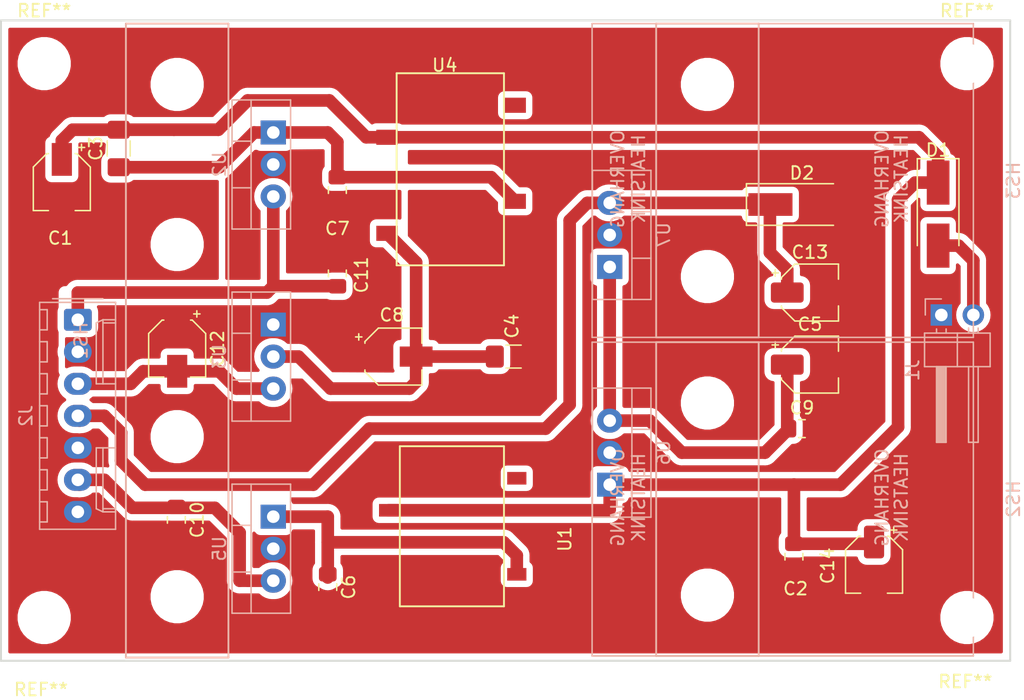
<source format=kicad_pcb>
(kicad_pcb (version 20171130) (host pcbnew "(5.1.2)-2")

  (general
    (thickness 1.6)
    (drawings 5)
    (tracks 95)
    (zones 0)
    (modules 32)
    (nets 13)
  )

  (page A4)
  (title_block
    (rev A)
  )

  (layers
    (0 F.Cu signal)
    (31 B.Cu signal)
    (32 B.Adhes user)
    (33 F.Adhes user)
    (34 B.Paste user)
    (35 F.Paste user)
    (36 B.SilkS user)
    (37 F.SilkS user)
    (38 B.Mask user)
    (39 F.Mask user)
    (40 Dwgs.User user)
    (41 Cmts.User user)
    (42 Eco1.User user)
    (43 Eco2.User user)
    (44 Edge.Cuts user)
    (45 Margin user)
    (46 B.CrtYd user)
    (47 F.CrtYd user)
    (48 B.Fab user hide)
    (49 F.Fab user hide)
  )

  (setup
    (last_trace_width 0.25)
    (user_trace_width 1)
    (user_trace_width 1.5)
    (user_trace_width 2)
    (trace_clearance 0.2)
    (zone_clearance 0.508)
    (zone_45_only no)
    (trace_min 0.2)
    (via_size 0.8)
    (via_drill 0.4)
    (via_min_size 0.4)
    (via_min_drill 0.3)
    (uvia_size 0.3)
    (uvia_drill 0.1)
    (uvias_allowed no)
    (uvia_min_size 0.2)
    (uvia_min_drill 0.1)
    (edge_width 0.15)
    (segment_width 0.2)
    (pcb_text_width 0.3)
    (pcb_text_size 1.5 1.5)
    (mod_edge_width 0.15)
    (mod_text_size 1 1)
    (mod_text_width 0.15)
    (pad_size 1.905 2)
    (pad_drill 1)
    (pad_to_mask_clearance 0.2)
    (aux_axis_origin 0 0)
    (visible_elements 7FFFFFFF)
    (pcbplotparams
      (layerselection 0x010fc_ffffffff)
      (usegerberextensions false)
      (usegerberattributes false)
      (usegerberadvancedattributes false)
      (creategerberjobfile false)
      (excludeedgelayer true)
      (linewidth 0.100000)
      (plotframeref false)
      (viasonmask false)
      (mode 1)
      (useauxorigin false)
      (hpglpennumber 1)
      (hpglpenspeed 20)
      (hpglpendiameter 15.000000)
      (psnegative false)
      (psa4output false)
      (plotreference true)
      (plotvalue true)
      (plotinvisibletext false)
      (padsonsilk false)
      (subtractmaskfromsilk false)
      (outputformat 1)
      (mirror false)
      (drillshape 1)
      (scaleselection 1)
      (outputdirectory "../"))
  )

  (net 0 "")
  (net 1 VCOM)
  (net 2 +5V)
  (net 3 +12V)
  (net 4 -12V)
  (net 5 "Net-(D1-Pad2)")
  (net 6 +15V)
  (net 7 +24V)
  (net 8 GNDS)
  (net 9 /+18V)
  (net 10 /+9V)
  (net 11 /+15VA)
  (net 12 /-15VA)

  (net_class Default "This is the default net class."
    (clearance 0.2)
    (trace_width 0.25)
    (via_dia 0.8)
    (via_drill 0.4)
    (uvia_dia 0.3)
    (uvia_drill 0.1)
    (add_net +12V)
    (add_net +15V)
    (add_net +24V)
    (add_net +5V)
    (add_net -12V)
    (add_net /+15VA)
    (add_net /+18V)
    (add_net /+9V)
    (add_net /-15VA)
    (add_net GNDS)
    (add_net "Net-(D1-Pad2)")
    (add_net VCOM)
  )

  (module FischerElektronikHeatsinks:SK512_SK480_50MM (layer B.Cu) (tedit 5D88F55E) (tstamp 5D882259)
    (at 106.68 97.79 270)
    (path /5D0BDB36)
    (fp_text reference HS1 (at 0 7.62 270) (layer B.SilkS)
      (effects (font (size 1 1) (thickness 0.15)) (justify mirror))
    )
    (fp_text value "SK 480/50 SA" (at 0 5.08 270) (layer B.Fab)
      (effects (font (size 1 1) (thickness 0.15)) (justify mirror))
    )
    (fp_line (start -25.146 -4.064) (end -25.146 4.064) (layer B.SilkS) (width 0.15))
    (fp_line (start 25.146 -4.064) (end -25.146 -4.064) (layer B.SilkS) (width 0.15))
    (fp_line (start 25.146 4.064) (end 25.146 -4.064) (layer B.SilkS) (width 0.15))
    (fp_line (start -25.146 4.064) (end 25.146 4.064) (layer B.SilkS) (width 0.15))
    (pad "" np_thru_hole circle (at 7.62 0 270) (size 3.2 3.2) (drill 3.2) (layers *.Cu *.Mask))
    (pad "" np_thru_hole circle (at -7.62 0 270) (size 3.2 3.2) (drill 3.2) (layers *.Cu *.Mask))
    (pad "" np_thru_hole circle (at 20.32 0 270) (size 3.2 3.2) (drill 3.2) (layers *.Cu *.Mask))
    (pad "" np_thru_hole circle (at -20.32 0 270) (size 3.2 3.2) (drill 3.2) (layers *.Cu *.Mask))
  )

  (module MountingHole:MountingHole_3.2mm_M3 locked (layer F.Cu) (tedit 56D1B4CB) (tstamp 5D8997E1)
    (at 96.139 75.819)
    (descr "Mounting Hole 3.2mm, no annular, M3")
    (tags "mounting hole 3.2mm no annular m3")
    (attr virtual)
    (fp_text reference REF** (at 0 -4.2) (layer F.SilkS)
      (effects (font (size 1 1) (thickness 0.15)))
    )
    (fp_text value MountingHole_3.2mm_M3 (at 0 4.2) (layer F.Fab)
      (effects (font (size 1 1) (thickness 0.15)))
    )
    (fp_text user %R (at 0.3 0) (layer F.Fab)
      (effects (font (size 1 1) (thickness 0.15)))
    )
    (fp_circle (center 0 0) (end 3.2 0) (layer Cmts.User) (width 0.15))
    (fp_circle (center 0 0) (end 3.45 0) (layer F.CrtYd) (width 0.05))
    (pad 1 np_thru_hole circle (at 0 0) (size 3.2 3.2) (drill 3.2) (layers *.Cu *.Mask))
  )

  (module MountingHole:MountingHole_3.2mm_M3 locked (layer F.Cu) (tedit 56D1B4CB) (tstamp 5D8997D3)
    (at 96.139 119.761)
    (descr "Mounting Hole 3.2mm, no annular, M3")
    (tags "mounting hole 3.2mm no annular m3")
    (attr virtual)
    (fp_text reference REF** (at -0.254 5.715) (layer F.SilkS)
      (effects (font (size 1 1) (thickness 0.15)))
    )
    (fp_text value MountingHole_3.2mm_M3 (at 0 4.2) (layer F.Fab)
      (effects (font (size 1 1) (thickness 0.15)))
    )
    (fp_circle (center 0 0) (end 3.45 0) (layer F.CrtYd) (width 0.05))
    (fp_circle (center 0 0) (end 3.2 0) (layer Cmts.User) (width 0.15))
    (fp_text user %R (at 0.3 0) (layer F.Fab)
      (effects (font (size 1 1) (thickness 0.15)))
    )
    (pad 1 np_thru_hole circle (at 0 0) (size 3.2 3.2) (drill 3.2) (layers *.Cu *.Mask))
  )

  (module MountingHole:MountingHole_3.2mm_M3 locked (layer F.Cu) (tedit 56D1B4CB) (tstamp 5D8997C5)
    (at 169.291 119.761)
    (descr "Mounting Hole 3.2mm, no annular, M3")
    (tags "mounting hole 3.2mm no annular m3")
    (attr virtual)
    (fp_text reference REF** (at -0.127 5.08) (layer F.SilkS)
      (effects (font (size 1 1) (thickness 0.15)))
    )
    (fp_text value MountingHole_3.2mm_M3 (at 0 4.2) (layer F.Fab)
      (effects (font (size 1 1) (thickness 0.15)))
    )
    (fp_text user %R (at 0.3 0) (layer F.Fab)
      (effects (font (size 1 1) (thickness 0.15)))
    )
    (fp_circle (center 0 0) (end 3.2 0) (layer Cmts.User) (width 0.15))
    (fp_circle (center 0 0) (end 3.45 0) (layer F.CrtYd) (width 0.05))
    (pad 1 np_thru_hole circle (at 0 0) (size 3.2 3.2) (drill 3.2) (layers *.Cu *.Mask))
  )

  (module MountingHole:MountingHole_3.2mm_M3 locked (layer F.Cu) (tedit 56D1B4CB) (tstamp 5D8997BC)
    (at 169.291 75.819)
    (descr "Mounting Hole 3.2mm, no annular, M3")
    (tags "mounting hole 3.2mm no annular m3")
    (attr virtual)
    (fp_text reference REF** (at 0 -4.2) (layer F.SilkS)
      (effects (font (size 1 1) (thickness 0.15)))
    )
    (fp_text value MountingHole_3.2mm_M3 (at 0 4.2) (layer F.Fab)
      (effects (font (size 1 1) (thickness 0.15)))
    )
    (fp_circle (center 0 0) (end 3.45 0) (layer F.CrtYd) (width 0.05))
    (fp_circle (center 0 0) (end 3.2 0) (layer Cmts.User) (width 0.15))
    (fp_text user %R (at 0.3 0) (layer F.Fab)
      (effects (font (size 1 1) (thickness 0.15)))
    )
    (pad 1 np_thru_hole circle (at 0 0) (size 3.2 3.2) (drill 3.2) (layers *.Cu *.Mask))
  )

  (module FischerElektronikHeatsinks:SK481_SK480_25MM (layer B.Cu) (tedit 5D88A61E) (tstamp 5D898FFB)
    (at 148.717 85.09 90)
    (path /5D88ED7E)
    (fp_text reference HS3 (at 0 24.257 90) (layer B.SilkS)
      (effects (font (size 1 1) (thickness 0.15)) (justify mirror))
    )
    (fp_text value "SK 481/50 SA" (at 0 22.479 90) (layer B.Fab)
      (effects (font (size 1 1) (thickness 0.15)) (justify mirror))
    )
    (fp_text user HEATSINK (at 0.127 -5.461 90) (layer B.SilkS)
      (effects (font (size 1 1) (thickness 0.15)) (justify mirror))
    )
    (fp_text user HEATSINK (at 0.127 15.367 90) (layer B.SilkS)
      (effects (font (size 1 1) (thickness 0.15)) (justify mirror))
    )
    (fp_text user OVERHANG (at 0.127 -7.112 90) (layer B.SilkS)
      (effects (font (size 1 1) (thickness 0.15)) (justify mirror))
    )
    (fp_text user OVERHANG (at 0.127 13.843 90) (layer B.SilkS)
      (effects (font (size 1 1) (thickness 0.15)) (justify mirror))
    )
    (fp_line (start 12.446 4.064) (end -12.446 4.064) (layer B.SilkS) (width 0.15))
    (fp_line (start 12.446 -9.144) (end -12.446 -9.144) (layer B.SilkS) (width 0.12))
    (fp_line (start 12.446 -4.064) (end 12.446 -9.144) (layer B.SilkS) (width 0.12))
    (fp_line (start -12.446 -4.064) (end -12.446 -9.144) (layer B.SilkS) (width 0.12))
    (fp_line (start 12.446 21.082) (end -12.446 21.082) (layer B.SilkS) (width 0.12))
    (fp_line (start 12.446 4.064) (end 12.446 21.082) (layer B.SilkS) (width 0.12))
    (fp_line (start -12.446 4.064) (end -12.446 21.082) (layer B.SilkS) (width 0.12))
    (fp_line (start 12.446 4.064) (end 12.446 -4.064) (layer B.SilkS) (width 0.15))
    (fp_line (start 12.446 -4.064) (end -12.446 -4.064) (layer B.SilkS) (width 0.15))
    (fp_line (start -12.446 -4.064) (end -12.446 4.064) (layer B.SilkS) (width 0.15))
    (pad "" np_thru_hole circle (at -7.62 0 90) (size 3.2 3.2) (drill 3.2) (layers *.Cu *.Mask))
    (pad "" np_thru_hole circle (at 7.62 0 90) (size 3.2 3.2) (drill 3.2) (layers *.Cu *.Mask))
  )

  (module FischerElektronikHeatsinks:SK481_SK480_25MM (layer B.Cu) (tedit 5D88A61E) (tstamp 5D898FE7)
    (at 148.717 110.363 90)
    (path /5DBBB007)
    (fp_text reference HS2 (at 0 24.257 90) (layer B.SilkS)
      (effects (font (size 1 1) (thickness 0.15)) (justify mirror))
    )
    (fp_text value "SK 481/50 SA" (at 0 22.479 90) (layer B.Fab)
      (effects (font (size 1 1) (thickness 0.15)) (justify mirror))
    )
    (fp_text user HEATSINK (at 0.127 -5.461 90) (layer B.SilkS)
      (effects (font (size 1 1) (thickness 0.15)) (justify mirror))
    )
    (fp_text user HEATSINK (at 0.127 15.367 90) (layer B.SilkS)
      (effects (font (size 1 1) (thickness 0.15)) (justify mirror))
    )
    (fp_text user OVERHANG (at 0.127 -7.112 90) (layer B.SilkS)
      (effects (font (size 1 1) (thickness 0.15)) (justify mirror))
    )
    (fp_text user OVERHANG (at 0.127 13.843 90) (layer B.SilkS)
      (effects (font (size 1 1) (thickness 0.15)) (justify mirror))
    )
    (fp_line (start 12.446 4.064) (end -12.446 4.064) (layer B.SilkS) (width 0.15))
    (fp_line (start 12.446 -9.144) (end -12.446 -9.144) (layer B.SilkS) (width 0.12))
    (fp_line (start 12.446 -4.064) (end 12.446 -9.144) (layer B.SilkS) (width 0.12))
    (fp_line (start -12.446 -4.064) (end -12.446 -9.144) (layer B.SilkS) (width 0.12))
    (fp_line (start 12.446 21.082) (end -12.446 21.082) (layer B.SilkS) (width 0.12))
    (fp_line (start 12.446 4.064) (end 12.446 21.082) (layer B.SilkS) (width 0.12))
    (fp_line (start -12.446 4.064) (end -12.446 21.082) (layer B.SilkS) (width 0.12))
    (fp_line (start 12.446 4.064) (end 12.446 -4.064) (layer B.SilkS) (width 0.15))
    (fp_line (start 12.446 -4.064) (end -12.446 -4.064) (layer B.SilkS) (width 0.15))
    (fp_line (start -12.446 -4.064) (end -12.446 4.064) (layer B.SilkS) (width 0.15))
    (pad "" np_thru_hole circle (at -7.62 0 90) (size 3.2 3.2) (drill 3.2) (layers *.Cu *.Mask))
    (pad "" np_thru_hole circle (at 7.62 0 90) (size 3.2 3.2) (drill 3.2) (layers *.Cu *.Mask))
  )

  (module Connector_PinHeader_2.54mm:PinHeader_1x02_P2.54mm_Horizontal (layer B.Cu) (tedit 59FED5CB) (tstamp 5D12A041)
    (at 167.259 95.758 270)
    (descr "Through hole angled pin header, 1x02, 2.54mm pitch, 6mm pin length, single row")
    (tags "Through hole angled pin header THT 1x02 2.54mm single row")
    (path /5D04F0FF)
    (fp_text reference J1 (at 4.385 2.27 90) (layer B.SilkS)
      (effects (font (size 1 1) (thickness 0.15)) (justify mirror))
    )
    (fp_text value 15VDC (at 4.385 -4.81 90) (layer B.Fab)
      (effects (font (size 1 1) (thickness 0.15)) (justify mirror))
    )
    (fp_text user %R (at 2.77 -1.27 180) (layer B.Fab)
      (effects (font (size 1 1) (thickness 0.15)) (justify mirror))
    )
    (fp_line (start 10.55 1.8) (end -1.8 1.8) (layer B.CrtYd) (width 0.05))
    (fp_line (start 10.55 -4.35) (end 10.55 1.8) (layer B.CrtYd) (width 0.05))
    (fp_line (start -1.8 -4.35) (end 10.55 -4.35) (layer B.CrtYd) (width 0.05))
    (fp_line (start -1.8 1.8) (end -1.8 -4.35) (layer B.CrtYd) (width 0.05))
    (fp_line (start -1.27 1.27) (end 0 1.27) (layer B.SilkS) (width 0.12))
    (fp_line (start -1.27 0) (end -1.27 1.27) (layer B.SilkS) (width 0.12))
    (fp_line (start 1.042929 -2.92) (end 1.44 -2.92) (layer B.SilkS) (width 0.12))
    (fp_line (start 1.042929 -2.16) (end 1.44 -2.16) (layer B.SilkS) (width 0.12))
    (fp_line (start 10.1 -2.92) (end 4.1 -2.92) (layer B.SilkS) (width 0.12))
    (fp_line (start 10.1 -2.16) (end 10.1 -2.92) (layer B.SilkS) (width 0.12))
    (fp_line (start 4.1 -2.16) (end 10.1 -2.16) (layer B.SilkS) (width 0.12))
    (fp_line (start 1.44 -1.27) (end 4.1 -1.27) (layer B.SilkS) (width 0.12))
    (fp_line (start 1.11 -0.38) (end 1.44 -0.38) (layer B.SilkS) (width 0.12))
    (fp_line (start 1.11 0.38) (end 1.44 0.38) (layer B.SilkS) (width 0.12))
    (fp_line (start 4.1 -0.28) (end 10.1 -0.28) (layer B.SilkS) (width 0.12))
    (fp_line (start 4.1 -0.16) (end 10.1 -0.16) (layer B.SilkS) (width 0.12))
    (fp_line (start 4.1 -0.04) (end 10.1 -0.04) (layer B.SilkS) (width 0.12))
    (fp_line (start 4.1 0.08) (end 10.1 0.08) (layer B.SilkS) (width 0.12))
    (fp_line (start 4.1 0.2) (end 10.1 0.2) (layer B.SilkS) (width 0.12))
    (fp_line (start 4.1 0.32) (end 10.1 0.32) (layer B.SilkS) (width 0.12))
    (fp_line (start 10.1 -0.38) (end 4.1 -0.38) (layer B.SilkS) (width 0.12))
    (fp_line (start 10.1 0.38) (end 10.1 -0.38) (layer B.SilkS) (width 0.12))
    (fp_line (start 4.1 0.38) (end 10.1 0.38) (layer B.SilkS) (width 0.12))
    (fp_line (start 4.1 1.33) (end 1.44 1.33) (layer B.SilkS) (width 0.12))
    (fp_line (start 4.1 -3.87) (end 4.1 1.33) (layer B.SilkS) (width 0.12))
    (fp_line (start 1.44 -3.87) (end 4.1 -3.87) (layer B.SilkS) (width 0.12))
    (fp_line (start 1.44 1.33) (end 1.44 -3.87) (layer B.SilkS) (width 0.12))
    (fp_line (start 4.04 -2.86) (end 10.04 -2.86) (layer B.Fab) (width 0.1))
    (fp_line (start 10.04 -2.22) (end 10.04 -2.86) (layer B.Fab) (width 0.1))
    (fp_line (start 4.04 -2.22) (end 10.04 -2.22) (layer B.Fab) (width 0.1))
    (fp_line (start -0.32 -2.86) (end 1.5 -2.86) (layer B.Fab) (width 0.1))
    (fp_line (start -0.32 -2.22) (end -0.32 -2.86) (layer B.Fab) (width 0.1))
    (fp_line (start -0.32 -2.22) (end 1.5 -2.22) (layer B.Fab) (width 0.1))
    (fp_line (start 4.04 -0.32) (end 10.04 -0.32) (layer B.Fab) (width 0.1))
    (fp_line (start 10.04 0.32) (end 10.04 -0.32) (layer B.Fab) (width 0.1))
    (fp_line (start 4.04 0.32) (end 10.04 0.32) (layer B.Fab) (width 0.1))
    (fp_line (start -0.32 -0.32) (end 1.5 -0.32) (layer B.Fab) (width 0.1))
    (fp_line (start -0.32 0.32) (end -0.32 -0.32) (layer B.Fab) (width 0.1))
    (fp_line (start -0.32 0.32) (end 1.5 0.32) (layer B.Fab) (width 0.1))
    (fp_line (start 1.5 0.635) (end 2.135 1.27) (layer B.Fab) (width 0.1))
    (fp_line (start 1.5 -3.81) (end 1.5 0.635) (layer B.Fab) (width 0.1))
    (fp_line (start 4.04 -3.81) (end 1.5 -3.81) (layer B.Fab) (width 0.1))
    (fp_line (start 4.04 1.27) (end 4.04 -3.81) (layer B.Fab) (width 0.1))
    (fp_line (start 2.135 1.27) (end 4.04 1.27) (layer B.Fab) (width 0.1))
    (pad 2 thru_hole oval (at 0 -2.54 270) (size 1.7 1.7) (drill 1) (layers *.Cu *.Mask)
      (net 5 "Net-(D1-Pad2)"))
    (pad 1 thru_hole rect (at 0 0 270) (size 1.7 1.7) (drill 1) (layers *.Cu *.Mask)
      (net 8 GNDS))
    (model ${KISYS3DMOD}/Connector_PinHeader_2.54mm.3dshapes/PinHeader_1x02_P2.54mm_Horizontal.wrl
      (at (xyz 0 0 0))
      (scale (xyz 1 1 1))
      (rotate (xyz 0 0 0))
    )
  )

  (module RS6:R2D (layer F.Cu) (tedit 5D8810C1) (tstamp 5D8815C9)
    (at 128.27 84.201 270)
    (path /5DC2BDC2)
    (zone_connect 2)
    (fp_text reference U4 (at -8.255 0.381 180) (layer F.SilkS)
      (effects (font (size 1 1) (thickness 0.15)))
    )
    (fp_text value R2D-2415 (at 0 -7.366 90) (layer F.Fab)
      (effects (font (size 1 1) (thickness 0.15)))
    )
    (fp_line (start 7.62 -4.318) (end -7.62 -4.318) (layer F.SilkS) (width 0.15))
    (fp_line (start 7.62 4.191) (end 7.62 -4.318) (layer F.SilkS) (width 0.15))
    (fp_line (start -7.62 4.191) (end 7.62 4.191) (layer F.SilkS) (width 0.15))
    (fp_line (start -7.62 -4.318) (end -7.62 4.191) (layer F.SilkS) (width 0.15))
    (pad 7 smd rect (at 2.54 -5.207 270) (size 1.2 1.7) (layers F.Cu F.Paste F.Mask)
      (net 11 /+15VA) (zone_connect 2))
    (pad 5 smd rect (at 5.08 4.953 270) (size 1.2 1.7) (layers F.Cu F.Paste F.Mask)
      (net 12 /-15VA) (zone_connect 2))
    (pad 4 smd rect (at 2.54 4.953 270) (size 1.2 1.7) (layers F.Cu F.Paste F.Mask)
      (net 1 VCOM) (zone_connect 2))
    (pad 2 smd rect (at -2.54 4.953 270) (size 1.2 1.7) (layers F.Cu F.Paste F.Mask)
      (net 7 +24V) (zone_connect 2))
    (pad 10 smd rect (at -5.08 -5.207 270) (size 1.2 1.7) (layers F.Cu F.Paste F.Mask)
      (zone_connect 2))
    (pad 1 smd rect (at -5.08 4.953 270) (size 1.2 1.7) (layers F.Cu F.Paste F.Mask)
      (net 8 GNDS) (zone_connect 2))
  )

  (module Package_TO_SOT_THT:TO-220-3_Vertical (layer B.Cu) (tedit 5D88F4E2) (tstamp 5D881617)
    (at 140.97 91.948 90)
    (descr "TO-220-3, Vertical, RM 2.54mm, see https://www.vishay.com/docs/66542/to-220-1.pdf")
    (tags "TO-220-3 Vertical RM 2.54mm")
    (path /5DB0595F)
    (fp_text reference U7 (at 2.54 4.27 90) (layer B.SilkS)
      (effects (font (size 1 1) (thickness 0.15)) (justify mirror))
    )
    (fp_text value L78M15ABV (at 2.54 -2.5 90) (layer B.Fab)
      (effects (font (size 1 1) (thickness 0.15)) (justify mirror))
    )
    (fp_line (start -2.46 3.15) (end -2.46 -1.25) (layer B.Fab) (width 0.1))
    (fp_line (start -2.46 -1.25) (end 7.54 -1.25) (layer B.Fab) (width 0.1))
    (fp_line (start 7.54 -1.25) (end 7.54 3.15) (layer B.Fab) (width 0.1))
    (fp_line (start 7.54 3.15) (end -2.46 3.15) (layer B.Fab) (width 0.1))
    (fp_line (start -2.46 1.88) (end 7.54 1.88) (layer B.Fab) (width 0.1))
    (fp_line (start 0.69 3.15) (end 0.69 1.88) (layer B.Fab) (width 0.1))
    (fp_line (start 4.39 3.15) (end 4.39 1.88) (layer B.Fab) (width 0.1))
    (fp_line (start -2.58 3.27) (end 7.66 3.27) (layer B.SilkS) (width 0.12))
    (fp_line (start -2.58 -1.371) (end 7.66 -1.371) (layer B.SilkS) (width 0.12))
    (fp_line (start -2.58 3.27) (end -2.58 -1.371) (layer B.SilkS) (width 0.12))
    (fp_line (start 7.66 3.27) (end 7.66 -1.371) (layer B.SilkS) (width 0.12))
    (fp_line (start -2.58 1.76) (end 7.66 1.76) (layer B.SilkS) (width 0.12))
    (fp_line (start 0.69 3.27) (end 0.69 1.76) (layer B.SilkS) (width 0.12))
    (fp_line (start 4.391 3.27) (end 4.391 1.76) (layer B.SilkS) (width 0.12))
    (fp_line (start -2.71 3.4) (end -2.71 -1.51) (layer B.CrtYd) (width 0.05))
    (fp_line (start -2.71 -1.51) (end 7.79 -1.51) (layer B.CrtYd) (width 0.05))
    (fp_line (start 7.79 -1.51) (end 7.79 3.4) (layer B.CrtYd) (width 0.05))
    (fp_line (start 7.79 3.4) (end -2.71 3.4) (layer B.CrtYd) (width 0.05))
    (fp_text user %R (at 2.54 4.27 90) (layer B.Fab)
      (effects (font (size 1 1) (thickness 0.15)) (justify mirror))
    )
    (pad 1 thru_hole rect (at 0 0 90) (size 1.905 2) (drill 1) (layers *.Cu *.Mask)
      (net 9 /+18V))
    (pad 2 thru_hole oval (at 2.54 0 90) (size 1.905 2) (drill 1) (layers *.Cu *.Mask)
      (net 8 GNDS))
    (pad 3 thru_hole oval (at 5.08 0 90) (size 1.905 2) (drill 1) (layers *.Cu *.Mask)
      (net 6 +15V))
    (model ${KISYS3DMOD}/Package_TO_SOT_THT.3dshapes/TO-220-3_Vertical.wrl
      (at (xyz 0 0 0))
      (scale (xyz 1 1 1))
      (rotate (xyz 0 0 0))
    )
  )

  (module Package_TO_SOT_THT:TO-220-3_Vertical (layer B.Cu) (tedit 5D88F4D5) (tstamp 5D8815FD)
    (at 140.97 109.22 90)
    (descr "TO-220-3, Vertical, RM 2.54mm, see https://www.vishay.com/docs/66542/to-220-1.pdf")
    (tags "TO-220-3 Vertical RM 2.54mm")
    (path /5DB04640)
    (fp_text reference U6 (at 2.54 4.27 90) (layer B.SilkS)
      (effects (font (size 1 1) (thickness 0.15)) (justify mirror))
    )
    (fp_text value L7818CV (at 2.54 -2.5 90) (layer B.Fab)
      (effects (font (size 1 1) (thickness 0.15)) (justify mirror))
    )
    (fp_line (start -2.46 3.15) (end -2.46 -1.25) (layer B.Fab) (width 0.1))
    (fp_line (start -2.46 -1.25) (end 7.54 -1.25) (layer B.Fab) (width 0.1))
    (fp_line (start 7.54 -1.25) (end 7.54 3.15) (layer B.Fab) (width 0.1))
    (fp_line (start 7.54 3.15) (end -2.46 3.15) (layer B.Fab) (width 0.1))
    (fp_line (start -2.46 1.88) (end 7.54 1.88) (layer B.Fab) (width 0.1))
    (fp_line (start 0.69 3.15) (end 0.69 1.88) (layer B.Fab) (width 0.1))
    (fp_line (start 4.39 3.15) (end 4.39 1.88) (layer B.Fab) (width 0.1))
    (fp_line (start -2.58 3.27) (end 7.66 3.27) (layer B.SilkS) (width 0.12))
    (fp_line (start -2.58 -1.371) (end 7.66 -1.371) (layer B.SilkS) (width 0.12))
    (fp_line (start -2.58 3.27) (end -2.58 -1.371) (layer B.SilkS) (width 0.12))
    (fp_line (start 7.66 3.27) (end 7.66 -1.371) (layer B.SilkS) (width 0.12))
    (fp_line (start -2.58 1.76) (end 7.66 1.76) (layer B.SilkS) (width 0.12))
    (fp_line (start 0.69 3.27) (end 0.69 1.76) (layer B.SilkS) (width 0.12))
    (fp_line (start 4.391 3.27) (end 4.391 1.76) (layer B.SilkS) (width 0.12))
    (fp_line (start -2.71 3.4) (end -2.71 -1.51) (layer B.CrtYd) (width 0.05))
    (fp_line (start -2.71 -1.51) (end 7.79 -1.51) (layer B.CrtYd) (width 0.05))
    (fp_line (start 7.79 -1.51) (end 7.79 3.4) (layer B.CrtYd) (width 0.05))
    (fp_line (start 7.79 3.4) (end -2.71 3.4) (layer B.CrtYd) (width 0.05))
    (fp_text user %R (at 2.54 4.27 90) (layer B.Fab)
      (effects (font (size 1 1) (thickness 0.15)) (justify mirror))
    )
    (pad 1 thru_hole rect (at 0 0 90) (size 1.905 2) (drill 1) (layers *.Cu *.Mask)
      (net 7 +24V))
    (pad 2 thru_hole oval (at 2.54 0 90) (size 1.905 2) (drill 1) (layers *.Cu *.Mask)
      (net 8 GNDS))
    (pad 3 thru_hole oval (at 5.08 0 90) (size 1.905 2) (drill 1) (layers *.Cu *.Mask)
      (net 9 /+18V))
    (model ${KISYS3DMOD}/Package_TO_SOT_THT.3dshapes/TO-220-3_Vertical.wrl
      (at (xyz 0 0 0))
      (scale (xyz 1 1 1))
      (rotate (xyz 0 0 0))
    )
  )

  (module Package_TO_SOT_THT:TO-220-3_Vertical (layer B.Cu) (tedit 5D88F4BE) (tstamp 5D8815E3)
    (at 114.3 111.76 270)
    (descr "TO-220-3, Vertical, RM 2.54mm, see https://www.vishay.com/docs/66542/to-220-1.pdf")
    (tags "TO-220-3 Vertical RM 2.54mm")
    (path /5D9569CB)
    (fp_text reference U5 (at 2.54 4.27 90) (layer B.SilkS)
      (effects (font (size 1 1) (thickness 0.15)) (justify mirror))
    )
    (fp_text value LM7805_TO220 (at 2.54 -2.5 90) (layer B.Fab)
      (effects (font (size 1 1) (thickness 0.15)) (justify mirror))
    )
    (fp_text user %R (at 2.54 4.27 90) (layer B.Fab)
      (effects (font (size 1 1) (thickness 0.15)) (justify mirror))
    )
    (fp_line (start 7.79 3.4) (end -2.71 3.4) (layer B.CrtYd) (width 0.05))
    (fp_line (start 7.79 -1.51) (end 7.79 3.4) (layer B.CrtYd) (width 0.05))
    (fp_line (start -2.71 -1.51) (end 7.79 -1.51) (layer B.CrtYd) (width 0.05))
    (fp_line (start -2.71 3.4) (end -2.71 -1.51) (layer B.CrtYd) (width 0.05))
    (fp_line (start 4.391 3.27) (end 4.391 1.76) (layer B.SilkS) (width 0.12))
    (fp_line (start 0.69 3.27) (end 0.69 1.76) (layer B.SilkS) (width 0.12))
    (fp_line (start -2.58 1.76) (end 7.66 1.76) (layer B.SilkS) (width 0.12))
    (fp_line (start 7.66 3.27) (end 7.66 -1.371) (layer B.SilkS) (width 0.12))
    (fp_line (start -2.58 3.27) (end -2.58 -1.371) (layer B.SilkS) (width 0.12))
    (fp_line (start -2.58 -1.371) (end 7.66 -1.371) (layer B.SilkS) (width 0.12))
    (fp_line (start -2.58 3.27) (end 7.66 3.27) (layer B.SilkS) (width 0.12))
    (fp_line (start 4.39 3.15) (end 4.39 1.88) (layer B.Fab) (width 0.1))
    (fp_line (start 0.69 3.15) (end 0.69 1.88) (layer B.Fab) (width 0.1))
    (fp_line (start -2.46 1.88) (end 7.54 1.88) (layer B.Fab) (width 0.1))
    (fp_line (start 7.54 3.15) (end -2.46 3.15) (layer B.Fab) (width 0.1))
    (fp_line (start 7.54 -1.25) (end 7.54 3.15) (layer B.Fab) (width 0.1))
    (fp_line (start -2.46 -1.25) (end 7.54 -1.25) (layer B.Fab) (width 0.1))
    (fp_line (start -2.46 3.15) (end -2.46 -1.25) (layer B.Fab) (width 0.1))
    (pad 3 thru_hole oval (at 5.08 0 270) (size 1.905 2) (drill 1) (layers *.Cu *.Mask)
      (net 2 +5V))
    (pad 2 thru_hole oval (at 2.54 0 270) (size 1.905 2) (drill 1) (layers *.Cu *.Mask)
      (net 8 GNDS))
    (pad 1 thru_hole rect (at 0 0 270) (size 1.905 2) (drill 1) (layers *.Cu *.Mask)
      (net 10 /+9V))
    (model ${KISYS3DMOD}/Package_TO_SOT_THT.3dshapes/TO-220-3_Vertical.wrl
      (at (xyz 0 0 0))
      (scale (xyz 1 1 1))
      (rotate (xyz 0 0 0))
    )
  )

  (module Package_TO_SOT_THT:TO-220-3_Vertical (layer B.Cu) (tedit 5D888E15) (tstamp 5D8815BB)
    (at 114.3 96.52 270)
    (descr "TO-220-3, Vertical, RM 2.54mm, see https://www.vishay.com/docs/66542/to-220-1.pdf")
    (tags "TO-220-3 Vertical RM 2.54mm")
    (path /5D8B3C95)
    (fp_text reference U3 (at 2.54 4.27 90) (layer B.SilkS)
      (effects (font (size 1 1) (thickness 0.15)) (justify mirror))
    )
    (fp_text value LM7912_TO220 (at 2.54 -2.5 90) (layer B.Fab)
      (effects (font (size 1 1) (thickness 0.15)) (justify mirror))
    )
    (fp_text user %R (at 2.54 4.27 90) (layer B.Fab)
      (effects (font (size 1 1) (thickness 0.15)) (justify mirror))
    )
    (fp_line (start 7.79 3.4) (end -2.71 3.4) (layer B.CrtYd) (width 0.05))
    (fp_line (start 7.79 -1.51) (end 7.79 3.4) (layer B.CrtYd) (width 0.05))
    (fp_line (start -2.71 -1.51) (end 7.79 -1.51) (layer B.CrtYd) (width 0.05))
    (fp_line (start -2.71 3.4) (end -2.71 -1.51) (layer B.CrtYd) (width 0.05))
    (fp_line (start 4.391 3.27) (end 4.391 1.76) (layer B.SilkS) (width 0.12))
    (fp_line (start 0.69 3.27) (end 0.69 1.76) (layer B.SilkS) (width 0.12))
    (fp_line (start -2.58 1.76) (end 7.66 1.76) (layer B.SilkS) (width 0.12))
    (fp_line (start 7.66 3.27) (end 7.66 -1.371) (layer B.SilkS) (width 0.12))
    (fp_line (start -2.58 3.27) (end -2.58 -1.371) (layer B.SilkS) (width 0.12))
    (fp_line (start -2.58 -1.371) (end 7.66 -1.371) (layer B.SilkS) (width 0.12))
    (fp_line (start -2.58 3.27) (end 7.66 3.27) (layer B.SilkS) (width 0.12))
    (fp_line (start 4.39 3.15) (end 4.39 1.88) (layer B.Fab) (width 0.1))
    (fp_line (start 0.69 3.15) (end 0.69 1.88) (layer B.Fab) (width 0.1))
    (fp_line (start -2.46 1.88) (end 7.54 1.88) (layer B.Fab) (width 0.1))
    (fp_line (start 7.54 3.15) (end -2.46 3.15) (layer B.Fab) (width 0.1))
    (fp_line (start 7.54 -1.25) (end 7.54 3.15) (layer B.Fab) (width 0.1))
    (fp_line (start -2.46 -1.25) (end 7.54 -1.25) (layer B.Fab) (width 0.1))
    (fp_line (start -2.46 3.15) (end -2.46 -1.25) (layer B.Fab) (width 0.1))
    (pad 3 thru_hole oval (at 5.08 0 270) (size 1.905 2) (drill 1) (layers *.Cu *.Mask)
      (net 4 -12V))
    (pad 2 thru_hole oval (at 2.54 0 270) (size 1.905 2) (drill 1) (layers *.Cu *.Mask)
      (net 12 /-15VA))
    (pad 1 thru_hole rect (at 0 0 270) (size 1.905 2) (drill 1) (layers *.Cu *.Mask)
      (net 1 VCOM))
    (model ${KISYS3DMOD}/Package_TO_SOT_THT.3dshapes/TO-220-3_Vertical.wrl
      (at (xyz 0 0 0))
      (scale (xyz 1 1 1))
      (rotate (xyz 0 0 0))
    )
  )

  (module Package_TO_SOT_THT:TO-220-3_Vertical (layer B.Cu) (tedit 5D888E04) (tstamp 5D8815A1)
    (at 114.3 81.28 270)
    (descr "TO-220-3, Vertical, RM 2.54mm, see https://www.vishay.com/docs/66542/to-220-1.pdf")
    (tags "TO-220-3 Vertical RM 2.54mm")
    (path /5D8AD9F3)
    (fp_text reference U2 (at 2.54 4.27 90) (layer B.SilkS)
      (effects (font (size 1 1) (thickness 0.15)) (justify mirror))
    )
    (fp_text value LM7812_TO220 (at 2.54 -2.5 90) (layer B.Fab)
      (effects (font (size 1 1) (thickness 0.15)) (justify mirror))
    )
    (fp_text user %R (at 2.54 4.27 90) (layer B.Fab)
      (effects (font (size 1 1) (thickness 0.15)) (justify mirror))
    )
    (fp_line (start 7.79 3.4) (end -2.71 3.4) (layer B.CrtYd) (width 0.05))
    (fp_line (start 7.79 -1.51) (end 7.79 3.4) (layer B.CrtYd) (width 0.05))
    (fp_line (start -2.71 -1.51) (end 7.79 -1.51) (layer B.CrtYd) (width 0.05))
    (fp_line (start -2.71 3.4) (end -2.71 -1.51) (layer B.CrtYd) (width 0.05))
    (fp_line (start 4.391 3.27) (end 4.391 1.76) (layer B.SilkS) (width 0.12))
    (fp_line (start 0.69 3.27) (end 0.69 1.76) (layer B.SilkS) (width 0.12))
    (fp_line (start -2.58 1.76) (end 7.66 1.76) (layer B.SilkS) (width 0.12))
    (fp_line (start 7.66 3.27) (end 7.66 -1.371) (layer B.SilkS) (width 0.12))
    (fp_line (start -2.58 3.27) (end -2.58 -1.371) (layer B.SilkS) (width 0.12))
    (fp_line (start -2.58 -1.371) (end 7.66 -1.371) (layer B.SilkS) (width 0.12))
    (fp_line (start -2.58 3.27) (end 7.66 3.27) (layer B.SilkS) (width 0.12))
    (fp_line (start 4.39 3.15) (end 4.39 1.88) (layer B.Fab) (width 0.1))
    (fp_line (start 0.69 3.15) (end 0.69 1.88) (layer B.Fab) (width 0.1))
    (fp_line (start -2.46 1.88) (end 7.54 1.88) (layer B.Fab) (width 0.1))
    (fp_line (start 7.54 3.15) (end -2.46 3.15) (layer B.Fab) (width 0.1))
    (fp_line (start 7.54 -1.25) (end 7.54 3.15) (layer B.Fab) (width 0.1))
    (fp_line (start -2.46 -1.25) (end 7.54 -1.25) (layer B.Fab) (width 0.1))
    (fp_line (start -2.46 3.15) (end -2.46 -1.25) (layer B.Fab) (width 0.1))
    (pad 3 thru_hole oval (at 5.08 0 270) (size 1.905 2) (drill 1) (layers *.Cu *.Mask)
      (net 3 +12V))
    (pad 2 thru_hole oval (at 2.54 0 270) (size 1.905 2) (drill 1) (layers *.Cu *.Mask)
      (net 1 VCOM))
    (pad 1 thru_hole rect (at 0 0 270) (size 1.905 2) (drill 1) (layers *.Cu *.Mask)
      (net 11 /+15VA))
    (model ${KISYS3DMOD}/Package_TO_SOT_THT.3dshapes/TO-220-3_Vertical.wrl
      (at (xyz 0 0 0))
      (scale (xyz 1 1 1))
      (rotate (xyz 0 0 0))
    )
  )

  (module XPower_Converter_DCDC:ISE (layer F.Cu) (tedit 5D87EB0F) (tstamp 5D881587)
    (at 125.984 108.712 270)
    (path /5DC160B0)
    (fp_text reference U1 (at 4.826 -11.43 90) (layer F.SilkS)
      (effects (font (size 1 1) (thickness 0.15)))
    )
    (fp_text value ISE2409A-H (at 4.064 -9.906 90) (layer F.Fab)
      (effects (font (size 1 1) (thickness 0.15)))
    )
    (fp_line (start 10.16 -6.604) (end -2.54 -6.604) (layer F.SilkS) (width 0.15))
    (fp_line (start 10.16 1.651) (end 10.16 -6.604) (layer F.SilkS) (width 0.15))
    (fp_line (start -2.54 1.651) (end 10.16 1.651) (layer F.SilkS) (width 0.15))
    (fp_line (start -2.54 -6.604) (end -2.54 1.651) (layer F.SilkS) (width 0.15))
    (pad 8 smd rect (at 0 -7.62 270) (size 1 1.524) (layers F.Cu F.Paste F.Mask))
    (pad 5 smd rect (at 7.62 -7.62 270) (size 1 1.524) (layers F.Cu F.Paste F.Mask)
      (net 10 /+9V))
    (pad 4 smd rect (at 7.62 2.54 270) (size 1 1.524) (layers F.Cu F.Paste F.Mask)
      (net 8 GNDS))
    (pad 2 smd rect (at 2.54 2.54 270) (size 1 1.524) (layers F.Cu F.Paste F.Mask)
      (net 7 +24V))
    (pad 1 smd rect (at 0 2.54 270) (size 1 1.524) (layers F.Cu F.Paste F.Mask)
      (net 8 GNDS))
  )

  (module Diode_SMD:D_SMA_Handsoldering (layer F.Cu) (tedit 58643398) (tstamp 5D881437)
    (at 156.21 86.995)
    (descr "Diode SMA (DO-214AC) Handsoldering")
    (tags "Diode SMA (DO-214AC) Handsoldering")
    (path /5D8561FF)
    (attr smd)
    (fp_text reference D2 (at 0 -2.5) (layer F.SilkS)
      (effects (font (size 1 1) (thickness 0.15)))
    )
    (fp_text value ES2G (at 0 2.6) (layer F.Fab)
      (effects (font (size 1 1) (thickness 0.15)))
    )
    (fp_line (start -4.4 -1.65) (end 2.5 -1.65) (layer F.SilkS) (width 0.12))
    (fp_line (start -4.4 1.65) (end 2.5 1.65) (layer F.SilkS) (width 0.12))
    (fp_line (start -0.64944 0.00102) (end 0.50118 -0.79908) (layer F.Fab) (width 0.1))
    (fp_line (start -0.64944 0.00102) (end 0.50118 0.75032) (layer F.Fab) (width 0.1))
    (fp_line (start 0.50118 0.75032) (end 0.50118 -0.79908) (layer F.Fab) (width 0.1))
    (fp_line (start -0.64944 -0.79908) (end -0.64944 0.80112) (layer F.Fab) (width 0.1))
    (fp_line (start 0.50118 0.00102) (end 1.4994 0.00102) (layer F.Fab) (width 0.1))
    (fp_line (start -0.64944 0.00102) (end -1.55114 0.00102) (layer F.Fab) (width 0.1))
    (fp_line (start -4.5 1.75) (end -4.5 -1.75) (layer F.CrtYd) (width 0.05))
    (fp_line (start 4.5 1.75) (end -4.5 1.75) (layer F.CrtYd) (width 0.05))
    (fp_line (start 4.5 -1.75) (end 4.5 1.75) (layer F.CrtYd) (width 0.05))
    (fp_line (start -4.5 -1.75) (end 4.5 -1.75) (layer F.CrtYd) (width 0.05))
    (fp_line (start 2.3 -1.5) (end -2.3 -1.5) (layer F.Fab) (width 0.1))
    (fp_line (start 2.3 -1.5) (end 2.3 1.5) (layer F.Fab) (width 0.1))
    (fp_line (start -2.3 1.5) (end -2.3 -1.5) (layer F.Fab) (width 0.1))
    (fp_line (start 2.3 1.5) (end -2.3 1.5) (layer F.Fab) (width 0.1))
    (fp_line (start -4.4 -1.65) (end -4.4 1.65) (layer F.SilkS) (width 0.12))
    (fp_text user %R (at 0 -2.5) (layer F.Fab)
      (effects (font (size 1 1) (thickness 0.15)))
    )
    (pad 2 smd rect (at 2.5 0) (size 3.5 1.8) (layers F.Cu F.Paste F.Mask)
      (net 8 GNDS))
    (pad 1 smd rect (at -2.5 0) (size 3.5 1.8) (layers F.Cu F.Paste F.Mask)
      (net 6 +15V))
    (model ${KISYS3DMOD}/Diode_SMD.3dshapes/D_SMA.wrl
      (at (xyz 0 0 0))
      (scale (xyz 1 1 1))
      (rotate (xyz 0 0 0))
    )
  )

  (module Capacitor_SMD:CP_Elec_4x5.7 (layer F.Cu) (tedit 5BCA39CF) (tstamp 5D89D764)
    (at 161.925 115.57 270)
    (descr "SMD capacitor, aluminum electrolytic, United Chemi-Con, 4.0x5.7mm")
    (tags "capacitor electrolytic")
    (path /5DC76FBC)
    (attr smd)
    (fp_text reference C14 (at 0.089803 3.681905 270) (layer F.SilkS)
      (effects (font (size 1 1) (thickness 0.15)))
    )
    (fp_text value 4.7uF (at 0 3.2 90) (layer F.Fab)
      (effects (font (size 1 1) (thickness 0.15)))
    )
    (fp_circle (center 0 0) (end 2 0) (layer F.Fab) (width 0.1))
    (fp_line (start 2.15 -2.15) (end 2.15 2.15) (layer F.Fab) (width 0.1))
    (fp_line (start -1.15 -2.15) (end 2.15 -2.15) (layer F.Fab) (width 0.1))
    (fp_line (start -1.15 2.15) (end 2.15 2.15) (layer F.Fab) (width 0.1))
    (fp_line (start -2.15 -1.15) (end -2.15 1.15) (layer F.Fab) (width 0.1))
    (fp_line (start -2.15 -1.15) (end -1.15 -2.15) (layer F.Fab) (width 0.1))
    (fp_line (start -2.15 1.15) (end -1.15 2.15) (layer F.Fab) (width 0.1))
    (fp_line (start -1.574773 -1) (end -1.174773 -1) (layer F.Fab) (width 0.1))
    (fp_line (start -1.374773 -1.2) (end -1.374773 -0.8) (layer F.Fab) (width 0.1))
    (fp_line (start 2.26 2.26) (end 2.26 1.06) (layer F.SilkS) (width 0.12))
    (fp_line (start 2.26 -2.26) (end 2.26 -1.06) (layer F.SilkS) (width 0.12))
    (fp_line (start -1.195563 -2.26) (end 2.26 -2.26) (layer F.SilkS) (width 0.12))
    (fp_line (start -1.195563 2.26) (end 2.26 2.26) (layer F.SilkS) (width 0.12))
    (fp_line (start -2.26 1.195563) (end -2.26 1.06) (layer F.SilkS) (width 0.12))
    (fp_line (start -2.26 -1.195563) (end -2.26 -1.06) (layer F.SilkS) (width 0.12))
    (fp_line (start -2.26 -1.195563) (end -1.195563 -2.26) (layer F.SilkS) (width 0.12))
    (fp_line (start -2.26 1.195563) (end -1.195563 2.26) (layer F.SilkS) (width 0.12))
    (fp_line (start -3 -1.56) (end -2.5 -1.56) (layer F.SilkS) (width 0.12))
    (fp_line (start -2.75 -1.81) (end -2.75 -1.31) (layer F.SilkS) (width 0.12))
    (fp_line (start 2.4 -2.4) (end 2.4 -1.05) (layer F.CrtYd) (width 0.05))
    (fp_line (start 2.4 -1.05) (end 3.35 -1.05) (layer F.CrtYd) (width 0.05))
    (fp_line (start 3.35 -1.05) (end 3.35 1.05) (layer F.CrtYd) (width 0.05))
    (fp_line (start 3.35 1.05) (end 2.4 1.05) (layer F.CrtYd) (width 0.05))
    (fp_line (start 2.4 1.05) (end 2.4 2.4) (layer F.CrtYd) (width 0.05))
    (fp_line (start -1.25 2.4) (end 2.4 2.4) (layer F.CrtYd) (width 0.05))
    (fp_line (start -1.25 -2.4) (end 2.4 -2.4) (layer F.CrtYd) (width 0.05))
    (fp_line (start -2.4 1.25) (end -1.25 2.4) (layer F.CrtYd) (width 0.05))
    (fp_line (start -2.4 -1.25) (end -1.25 -2.4) (layer F.CrtYd) (width 0.05))
    (fp_line (start -2.4 -1.25) (end -2.4 -1.05) (layer F.CrtYd) (width 0.05))
    (fp_line (start -2.4 1.05) (end -2.4 1.25) (layer F.CrtYd) (width 0.05))
    (fp_line (start -2.4 -1.05) (end -3.35 -1.05) (layer F.CrtYd) (width 0.05))
    (fp_line (start -3.35 -1.05) (end -3.35 1.05) (layer F.CrtYd) (width 0.05))
    (fp_line (start -3.35 1.05) (end -2.4 1.05) (layer F.CrtYd) (width 0.05))
    (fp_text user %R (at 0 0 90) (layer F.Fab)
      (effects (font (size 0.8 0.8) (thickness 0.12)))
    )
    (pad 1 smd roundrect (at -1.8 0 270) (size 2.6 1.6) (layers F.Cu F.Paste F.Mask) (roundrect_rratio 0.15625)
      (net 7 +24V))
    (pad 2 smd roundrect (at 1.8 0 270) (size 2.6 1.6) (layers F.Cu F.Paste F.Mask) (roundrect_rratio 0.15625)
      (net 8 GNDS))
    (model ${KISYS3DMOD}/Capacitor_SMD.3dshapes/CP_Elec_4x5.7.wrl
      (at (xyz 0 0 0))
      (scale (xyz 1 1 1))
      (rotate (xyz 0 0 0))
    )
  )

  (module Capacitor_SMD:CP_Elec_4x5.7 (layer F.Cu) (tedit 5BCA39CF) (tstamp 5D8813E0)
    (at 156.845 93.98)
    (descr "SMD capacitor, aluminum electrolytic, United Chemi-Con, 4.0x5.7mm")
    (tags "capacitor electrolytic")
    (path /5DB3868E)
    (attr smd)
    (fp_text reference C13 (at 0 -3.2) (layer F.SilkS)
      (effects (font (size 1 1) (thickness 0.15)))
    )
    (fp_text value 1uF (at 0 3.2) (layer F.Fab)
      (effects (font (size 1 1) (thickness 0.15)))
    )
    (fp_text user %R (at 0 0) (layer F.Fab)
      (effects (font (size 0.8 0.8) (thickness 0.12)))
    )
    (fp_line (start -3.35 1.05) (end -2.4 1.05) (layer F.CrtYd) (width 0.05))
    (fp_line (start -3.35 -1.05) (end -3.35 1.05) (layer F.CrtYd) (width 0.05))
    (fp_line (start -2.4 -1.05) (end -3.35 -1.05) (layer F.CrtYd) (width 0.05))
    (fp_line (start -2.4 1.05) (end -2.4 1.25) (layer F.CrtYd) (width 0.05))
    (fp_line (start -2.4 -1.25) (end -2.4 -1.05) (layer F.CrtYd) (width 0.05))
    (fp_line (start -2.4 -1.25) (end -1.25 -2.4) (layer F.CrtYd) (width 0.05))
    (fp_line (start -2.4 1.25) (end -1.25 2.4) (layer F.CrtYd) (width 0.05))
    (fp_line (start -1.25 -2.4) (end 2.4 -2.4) (layer F.CrtYd) (width 0.05))
    (fp_line (start -1.25 2.4) (end 2.4 2.4) (layer F.CrtYd) (width 0.05))
    (fp_line (start 2.4 1.05) (end 2.4 2.4) (layer F.CrtYd) (width 0.05))
    (fp_line (start 3.35 1.05) (end 2.4 1.05) (layer F.CrtYd) (width 0.05))
    (fp_line (start 3.35 -1.05) (end 3.35 1.05) (layer F.CrtYd) (width 0.05))
    (fp_line (start 2.4 -1.05) (end 3.35 -1.05) (layer F.CrtYd) (width 0.05))
    (fp_line (start 2.4 -2.4) (end 2.4 -1.05) (layer F.CrtYd) (width 0.05))
    (fp_line (start -2.75 -1.81) (end -2.75 -1.31) (layer F.SilkS) (width 0.12))
    (fp_line (start -3 -1.56) (end -2.5 -1.56) (layer F.SilkS) (width 0.12))
    (fp_line (start -2.26 1.195563) (end -1.195563 2.26) (layer F.SilkS) (width 0.12))
    (fp_line (start -2.26 -1.195563) (end -1.195563 -2.26) (layer F.SilkS) (width 0.12))
    (fp_line (start -2.26 -1.195563) (end -2.26 -1.06) (layer F.SilkS) (width 0.12))
    (fp_line (start -2.26 1.195563) (end -2.26 1.06) (layer F.SilkS) (width 0.12))
    (fp_line (start -1.195563 2.26) (end 2.26 2.26) (layer F.SilkS) (width 0.12))
    (fp_line (start -1.195563 -2.26) (end 2.26 -2.26) (layer F.SilkS) (width 0.12))
    (fp_line (start 2.26 -2.26) (end 2.26 -1.06) (layer F.SilkS) (width 0.12))
    (fp_line (start 2.26 2.26) (end 2.26 1.06) (layer F.SilkS) (width 0.12))
    (fp_line (start -1.374773 -1.2) (end -1.374773 -0.8) (layer F.Fab) (width 0.1))
    (fp_line (start -1.574773 -1) (end -1.174773 -1) (layer F.Fab) (width 0.1))
    (fp_line (start -2.15 1.15) (end -1.15 2.15) (layer F.Fab) (width 0.1))
    (fp_line (start -2.15 -1.15) (end -1.15 -2.15) (layer F.Fab) (width 0.1))
    (fp_line (start -2.15 -1.15) (end -2.15 1.15) (layer F.Fab) (width 0.1))
    (fp_line (start -1.15 2.15) (end 2.15 2.15) (layer F.Fab) (width 0.1))
    (fp_line (start -1.15 -2.15) (end 2.15 -2.15) (layer F.Fab) (width 0.1))
    (fp_line (start 2.15 -2.15) (end 2.15 2.15) (layer F.Fab) (width 0.1))
    (fp_circle (center 0 0) (end 2 0) (layer F.Fab) (width 0.1))
    (pad 2 smd roundrect (at 1.8 0) (size 2.6 1.6) (layers F.Cu F.Paste F.Mask) (roundrect_rratio 0.15625)
      (net 8 GNDS))
    (pad 1 smd roundrect (at -1.8 0) (size 2.6 1.6) (layers F.Cu F.Paste F.Mask) (roundrect_rratio 0.15625)
      (net 6 +15V))
    (model ${KISYS3DMOD}/Capacitor_SMD.3dshapes/CP_Elec_4x5.7.wrl
      (at (xyz 0 0 0))
      (scale (xyz 1 1 1))
      (rotate (xyz 0 0 0))
    )
  )

  (module Capacitor_SMD:C_0805_2012Metric_Pad1.15x1.40mm_HandSolder (layer F.Cu) (tedit 5B36C52B) (tstamp 5D881381)
    (at 106.6165 112.014 270)
    (descr "Capacitor SMD 0805 (2012 Metric), square (rectangular) end terminal, IPC_7351 nominal with elongated pad for handsoldering. (Body size source: https://docs.google.com/spreadsheets/d/1BsfQQcO9C6DZCsRaXUlFlo91Tg2WpOkGARC1WS5S8t0/edit?usp=sharing), generated with kicad-footprint-generator")
    (tags "capacitor handsolder")
    (path /5D94D361)
    (attr smd)
    (fp_text reference C10 (at 0 -1.65 90) (layer F.SilkS)
      (effects (font (size 1 1) (thickness 0.15)))
    )
    (fp_text value 100nF (at 0 1.65 90) (layer F.Fab)
      (effects (font (size 1 1) (thickness 0.15)))
    )
    (fp_text user %R (at 0 0 90) (layer F.Fab)
      (effects (font (size 0.5 0.5) (thickness 0.08)))
    )
    (fp_line (start 1.85 0.95) (end -1.85 0.95) (layer F.CrtYd) (width 0.05))
    (fp_line (start 1.85 -0.95) (end 1.85 0.95) (layer F.CrtYd) (width 0.05))
    (fp_line (start -1.85 -0.95) (end 1.85 -0.95) (layer F.CrtYd) (width 0.05))
    (fp_line (start -1.85 0.95) (end -1.85 -0.95) (layer F.CrtYd) (width 0.05))
    (fp_line (start -0.261252 0.71) (end 0.261252 0.71) (layer F.SilkS) (width 0.12))
    (fp_line (start -0.261252 -0.71) (end 0.261252 -0.71) (layer F.SilkS) (width 0.12))
    (fp_line (start 1 0.6) (end -1 0.6) (layer F.Fab) (width 0.1))
    (fp_line (start 1 -0.6) (end 1 0.6) (layer F.Fab) (width 0.1))
    (fp_line (start -1 -0.6) (end 1 -0.6) (layer F.Fab) (width 0.1))
    (fp_line (start -1 0.6) (end -1 -0.6) (layer F.Fab) (width 0.1))
    (pad 2 smd roundrect (at 1.025 0 270) (size 1.15 1.4) (layers F.Cu F.Paste F.Mask) (roundrect_rratio 0.217391)
      (net 8 GNDS))
    (pad 1 smd roundrect (at -1.025 0 270) (size 1.15 1.4) (layers F.Cu F.Paste F.Mask) (roundrect_rratio 0.217391)
      (net 2 +5V))
    (model ${KISYS3DMOD}/Capacitor_SMD.3dshapes/C_0805_2012Metric.wrl
      (at (xyz 0 0 0))
      (scale (xyz 1 1 1))
      (rotate (xyz 0 0 0))
    )
  )

  (module Capacitor_SMD:C_0805_2012Metric_Pad1.15x1.40mm_HandSolder (layer F.Cu) (tedit 5B36C52B) (tstamp 5D881370)
    (at 156.21 104.775)
    (descr "Capacitor SMD 0805 (2012 Metric), square (rectangular) end terminal, IPC_7351 nominal with elongated pad for handsoldering. (Body size source: https://docs.google.com/spreadsheets/d/1BsfQQcO9C6DZCsRaXUlFlo91Tg2WpOkGARC1WS5S8t0/edit?usp=sharing), generated with kicad-footprint-generator")
    (tags "capacitor handsolder")
    (path /5DB43C49)
    (attr smd)
    (fp_text reference C9 (at 0 -1.65) (layer F.SilkS)
      (effects (font (size 1 1) (thickness 0.15)))
    )
    (fp_text value 330nF (at 0 1.65) (layer F.Fab)
      (effects (font (size 1 1) (thickness 0.15)))
    )
    (fp_text user %R (at 0 0) (layer F.Fab)
      (effects (font (size 0.5 0.5) (thickness 0.08)))
    )
    (fp_line (start 1.85 0.95) (end -1.85 0.95) (layer F.CrtYd) (width 0.05))
    (fp_line (start 1.85 -0.95) (end 1.85 0.95) (layer F.CrtYd) (width 0.05))
    (fp_line (start -1.85 -0.95) (end 1.85 -0.95) (layer F.CrtYd) (width 0.05))
    (fp_line (start -1.85 0.95) (end -1.85 -0.95) (layer F.CrtYd) (width 0.05))
    (fp_line (start -0.261252 0.71) (end 0.261252 0.71) (layer F.SilkS) (width 0.12))
    (fp_line (start -0.261252 -0.71) (end 0.261252 -0.71) (layer F.SilkS) (width 0.12))
    (fp_line (start 1 0.6) (end -1 0.6) (layer F.Fab) (width 0.1))
    (fp_line (start 1 -0.6) (end 1 0.6) (layer F.Fab) (width 0.1))
    (fp_line (start -1 -0.6) (end 1 -0.6) (layer F.Fab) (width 0.1))
    (fp_line (start -1 0.6) (end -1 -0.6) (layer F.Fab) (width 0.1))
    (pad 2 smd roundrect (at 1.025 0) (size 1.15 1.4) (layers F.Cu F.Paste F.Mask) (roundrect_rratio 0.217391)
      (net 8 GNDS))
    (pad 1 smd roundrect (at -1.025 0) (size 1.15 1.4) (layers F.Cu F.Paste F.Mask) (roundrect_rratio 0.217391)
      (net 9 /+18V))
    (model ${KISYS3DMOD}/Capacitor_SMD.3dshapes/C_0805_2012Metric.wrl
      (at (xyz 0 0 0))
      (scale (xyz 1 1 1))
      (rotate (xyz 0 0 0))
    )
  )

  (module Capacitor_SMD:C_0805_2012Metric_Pad1.15x1.40mm_HandSolder (layer F.Cu) (tedit 5B36C52B) (tstamp 5D881318)
    (at 118.618 117.348 270)
    (descr "Capacitor SMD 0805 (2012 Metric), square (rectangular) end terminal, IPC_7351 nominal with elongated pad for handsoldering. (Body size source: https://docs.google.com/spreadsheets/d/1BsfQQcO9C6DZCsRaXUlFlo91Tg2WpOkGARC1WS5S8t0/edit?usp=sharing), generated with kicad-footprint-generator")
    (tags "capacitor handsolder")
    (path /5D94D325)
    (attr smd)
    (fp_text reference C6 (at 0 -1.65 90) (layer F.SilkS)
      (effects (font (size 1 1) (thickness 0.15)))
    )
    (fp_text value 330nF (at 0 1.65 90) (layer F.Fab)
      (effects (font (size 1 1) (thickness 0.15)))
    )
    (fp_text user %R (at 0 0 90) (layer F.Fab)
      (effects (font (size 0.5 0.5) (thickness 0.08)))
    )
    (fp_line (start 1.85 0.95) (end -1.85 0.95) (layer F.CrtYd) (width 0.05))
    (fp_line (start 1.85 -0.95) (end 1.85 0.95) (layer F.CrtYd) (width 0.05))
    (fp_line (start -1.85 -0.95) (end 1.85 -0.95) (layer F.CrtYd) (width 0.05))
    (fp_line (start -1.85 0.95) (end -1.85 -0.95) (layer F.CrtYd) (width 0.05))
    (fp_line (start -0.261252 0.71) (end 0.261252 0.71) (layer F.SilkS) (width 0.12))
    (fp_line (start -0.261252 -0.71) (end 0.261252 -0.71) (layer F.SilkS) (width 0.12))
    (fp_line (start 1 0.6) (end -1 0.6) (layer F.Fab) (width 0.1))
    (fp_line (start 1 -0.6) (end 1 0.6) (layer F.Fab) (width 0.1))
    (fp_line (start -1 -0.6) (end 1 -0.6) (layer F.Fab) (width 0.1))
    (fp_line (start -1 0.6) (end -1 -0.6) (layer F.Fab) (width 0.1))
    (pad 2 smd roundrect (at 1.025 0 270) (size 1.15 1.4) (layers F.Cu F.Paste F.Mask) (roundrect_rratio 0.217391)
      (net 8 GNDS))
    (pad 1 smd roundrect (at -1.025 0 270) (size 1.15 1.4) (layers F.Cu F.Paste F.Mask) (roundrect_rratio 0.217391)
      (net 10 /+9V))
    (model ${KISYS3DMOD}/Capacitor_SMD.3dshapes/C_0805_2012Metric.wrl
      (at (xyz 0 0 0))
      (scale (xyz 1 1 1))
      (rotate (xyz 0 0 0))
    )
  )

  (module Capacitor_SMD:CP_Elec_4x5.7 (layer F.Cu) (tedit 5BCA39CF) (tstamp 5D881307)
    (at 156.845 99.695)
    (descr "SMD capacitor, aluminum electrolytic, United Chemi-Con, 4.0x5.7mm")
    (tags "capacitor electrolytic")
    (path /5DA4B104)
    (attr smd)
    (fp_text reference C5 (at 0 -3.2) (layer F.SilkS)
      (effects (font (size 1 1) (thickness 0.15)))
    )
    (fp_text value 100nF (at 0 3.2) (layer F.Fab)
      (effects (font (size 1 1) (thickness 0.15)))
    )
    (fp_text user %R (at 0 0) (layer F.Fab)
      (effects (font (size 0.8 0.8) (thickness 0.12)))
    )
    (fp_line (start -3.35 1.05) (end -2.4 1.05) (layer F.CrtYd) (width 0.05))
    (fp_line (start -3.35 -1.05) (end -3.35 1.05) (layer F.CrtYd) (width 0.05))
    (fp_line (start -2.4 -1.05) (end -3.35 -1.05) (layer F.CrtYd) (width 0.05))
    (fp_line (start -2.4 1.05) (end -2.4 1.25) (layer F.CrtYd) (width 0.05))
    (fp_line (start -2.4 -1.25) (end -2.4 -1.05) (layer F.CrtYd) (width 0.05))
    (fp_line (start -2.4 -1.25) (end -1.25 -2.4) (layer F.CrtYd) (width 0.05))
    (fp_line (start -2.4 1.25) (end -1.25 2.4) (layer F.CrtYd) (width 0.05))
    (fp_line (start -1.25 -2.4) (end 2.4 -2.4) (layer F.CrtYd) (width 0.05))
    (fp_line (start -1.25 2.4) (end 2.4 2.4) (layer F.CrtYd) (width 0.05))
    (fp_line (start 2.4 1.05) (end 2.4 2.4) (layer F.CrtYd) (width 0.05))
    (fp_line (start 3.35 1.05) (end 2.4 1.05) (layer F.CrtYd) (width 0.05))
    (fp_line (start 3.35 -1.05) (end 3.35 1.05) (layer F.CrtYd) (width 0.05))
    (fp_line (start 2.4 -1.05) (end 3.35 -1.05) (layer F.CrtYd) (width 0.05))
    (fp_line (start 2.4 -2.4) (end 2.4 -1.05) (layer F.CrtYd) (width 0.05))
    (fp_line (start -2.75 -1.81) (end -2.75 -1.31) (layer F.SilkS) (width 0.12))
    (fp_line (start -3 -1.56) (end -2.5 -1.56) (layer F.SilkS) (width 0.12))
    (fp_line (start -2.26 1.195563) (end -1.195563 2.26) (layer F.SilkS) (width 0.12))
    (fp_line (start -2.26 -1.195563) (end -1.195563 -2.26) (layer F.SilkS) (width 0.12))
    (fp_line (start -2.26 -1.195563) (end -2.26 -1.06) (layer F.SilkS) (width 0.12))
    (fp_line (start -2.26 1.195563) (end -2.26 1.06) (layer F.SilkS) (width 0.12))
    (fp_line (start -1.195563 2.26) (end 2.26 2.26) (layer F.SilkS) (width 0.12))
    (fp_line (start -1.195563 -2.26) (end 2.26 -2.26) (layer F.SilkS) (width 0.12))
    (fp_line (start 2.26 -2.26) (end 2.26 -1.06) (layer F.SilkS) (width 0.12))
    (fp_line (start 2.26 2.26) (end 2.26 1.06) (layer F.SilkS) (width 0.12))
    (fp_line (start -1.374773 -1.2) (end -1.374773 -0.8) (layer F.Fab) (width 0.1))
    (fp_line (start -1.574773 -1) (end -1.174773 -1) (layer F.Fab) (width 0.1))
    (fp_line (start -2.15 1.15) (end -1.15 2.15) (layer F.Fab) (width 0.1))
    (fp_line (start -2.15 -1.15) (end -1.15 -2.15) (layer F.Fab) (width 0.1))
    (fp_line (start -2.15 -1.15) (end -2.15 1.15) (layer F.Fab) (width 0.1))
    (fp_line (start -1.15 2.15) (end 2.15 2.15) (layer F.Fab) (width 0.1))
    (fp_line (start -1.15 -2.15) (end 2.15 -2.15) (layer F.Fab) (width 0.1))
    (fp_line (start 2.15 -2.15) (end 2.15 2.15) (layer F.Fab) (width 0.1))
    (fp_circle (center 0 0) (end 2 0) (layer F.Fab) (width 0.1))
    (pad 2 smd roundrect (at 1.8 0) (size 2.6 1.6) (layers F.Cu F.Paste F.Mask) (roundrect_rratio 0.15625)
      (net 8 GNDS))
    (pad 1 smd roundrect (at -1.8 0) (size 2.6 1.6) (layers F.Cu F.Paste F.Mask) (roundrect_rratio 0.15625)
      (net 9 /+18V))
    (model ${KISYS3DMOD}/Capacitor_SMD.3dshapes/CP_Elec_4x5.7.wrl
      (at (xyz 0 0 0))
      (scale (xyz 1 1 1))
      (rotate (xyz 0 0 0))
    )
  )

  (module Capacitor_SMD:C_0805_2012Metric_Pad1.15x1.40mm_HandSolder (layer F.Cu) (tedit 5B36C52B) (tstamp 5D88129F)
    (at 155.575 114.935 270)
    (descr "Capacitor SMD 0805 (2012 Metric), square (rectangular) end terminal, IPC_7351 nominal with elongated pad for handsoldering. (Body size source: https://docs.google.com/spreadsheets/d/1BsfQQcO9C6DZCsRaXUlFlo91Tg2WpOkGARC1WS5S8t0/edit?usp=sharing), generated with kicad-footprint-generator")
    (tags "capacitor handsolder")
    (path /5D957D1D)
    (attr smd)
    (fp_text reference C2 (at 2.54 -0.127 180) (layer F.SilkS)
      (effects (font (size 1 1) (thickness 0.15)))
    )
    (fp_text value 330nF (at 0 1.65 90) (layer F.Fab)
      (effects (font (size 1 1) (thickness 0.15)))
    )
    (fp_text user %R (at 0 0 90) (layer F.Fab)
      (effects (font (size 0.5 0.5) (thickness 0.08)))
    )
    (fp_line (start 1.85 0.95) (end -1.85 0.95) (layer F.CrtYd) (width 0.05))
    (fp_line (start 1.85 -0.95) (end 1.85 0.95) (layer F.CrtYd) (width 0.05))
    (fp_line (start -1.85 -0.95) (end 1.85 -0.95) (layer F.CrtYd) (width 0.05))
    (fp_line (start -1.85 0.95) (end -1.85 -0.95) (layer F.CrtYd) (width 0.05))
    (fp_line (start -0.261252 0.71) (end 0.261252 0.71) (layer F.SilkS) (width 0.12))
    (fp_line (start -0.261252 -0.71) (end 0.261252 -0.71) (layer F.SilkS) (width 0.12))
    (fp_line (start 1 0.6) (end -1 0.6) (layer F.Fab) (width 0.1))
    (fp_line (start 1 -0.6) (end 1 0.6) (layer F.Fab) (width 0.1))
    (fp_line (start -1 -0.6) (end 1 -0.6) (layer F.Fab) (width 0.1))
    (fp_line (start -1 0.6) (end -1 -0.6) (layer F.Fab) (width 0.1))
    (pad 2 smd roundrect (at 1.025 0 270) (size 1.15 1.4) (layers F.Cu F.Paste F.Mask) (roundrect_rratio 0.217391)
      (net 8 GNDS))
    (pad 1 smd roundrect (at -1.025 0 270) (size 1.15 1.4) (layers F.Cu F.Paste F.Mask) (roundrect_rratio 0.217391)
      (net 7 +24V))
    (model ${KISYS3DMOD}/Capacitor_SMD.3dshapes/C_0805_2012Metric.wrl
      (at (xyz 0 0 0))
      (scale (xyz 1 1 1))
      (rotate (xyz 0 0 0))
    )
  )

  (module Diode_SMD:D_SMA_Handsoldering (layer F.Cu) (tedit 58643398) (tstamp 5D4FE03C)
    (at 167.005 87.757 270)
    (descr "Diode SMA (DO-214AC) Handsoldering")
    (tags "Diode SMA (DO-214AC) Handsoldering")
    (path /5D0895FB)
    (attr smd)
    (fp_text reference D1 (at -5.08 0 180) (layer F.SilkS)
      (effects (font (size 1 1) (thickness 0.15)))
    )
    (fp_text value BYS12-90-E3/TR (at 0 2.6 90) (layer F.Fab)
      (effects (font (size 1 1) (thickness 0.15)))
    )
    (fp_line (start -4.4 -1.65) (end 2.5 -1.65) (layer F.SilkS) (width 0.12))
    (fp_line (start -4.4 1.65) (end 2.5 1.65) (layer F.SilkS) (width 0.12))
    (fp_line (start -0.64944 0.00102) (end 0.50118 -0.79908) (layer F.Fab) (width 0.1))
    (fp_line (start -0.64944 0.00102) (end 0.50118 0.75032) (layer F.Fab) (width 0.1))
    (fp_line (start 0.50118 0.75032) (end 0.50118 -0.79908) (layer F.Fab) (width 0.1))
    (fp_line (start -0.64944 -0.79908) (end -0.64944 0.80112) (layer F.Fab) (width 0.1))
    (fp_line (start 0.50118 0.00102) (end 1.4994 0.00102) (layer F.Fab) (width 0.1))
    (fp_line (start -0.64944 0.00102) (end -1.55114 0.00102) (layer F.Fab) (width 0.1))
    (fp_line (start -4.5 1.75) (end -4.5 -1.75) (layer F.CrtYd) (width 0.05))
    (fp_line (start 4.5 1.75) (end -4.5 1.75) (layer F.CrtYd) (width 0.05))
    (fp_line (start 4.5 -1.75) (end 4.5 1.75) (layer F.CrtYd) (width 0.05))
    (fp_line (start -4.5 -1.75) (end 4.5 -1.75) (layer F.CrtYd) (width 0.05))
    (fp_line (start 2.3 -1.5) (end -2.3 -1.5) (layer F.Fab) (width 0.1))
    (fp_line (start 2.3 -1.5) (end 2.3 1.5) (layer F.Fab) (width 0.1))
    (fp_line (start -2.3 1.5) (end -2.3 -1.5) (layer F.Fab) (width 0.1))
    (fp_line (start 2.3 1.5) (end -2.3 1.5) (layer F.Fab) (width 0.1))
    (fp_line (start -4.4 -1.65) (end -4.4 1.65) (layer F.SilkS) (width 0.12))
    (fp_text user %R (at 0 -2.5 90) (layer F.Fab)
      (effects (font (size 1 1) (thickness 0.15)))
    )
    (pad 2 smd rect (at 2.5 0 270) (size 3.5 1.8) (layers F.Cu F.Paste F.Mask)
      (net 5 "Net-(D1-Pad2)"))
    (pad 1 smd rect (at -2.5 0 270) (size 3.5 1.8) (layers F.Cu F.Paste F.Mask)
      (net 7 +24V))
    (model ${KISYS3DMOD}/Diode_SMD.3dshapes/D_SMA.wrl
      (at (xyz 0 0 0))
      (scale (xyz 1 1 1))
      (rotate (xyz 0 0 0))
    )
  )

  (module Connector_Molex:Molex_KK-254_AE-6410-07A_1x07_P2.54mm_Vertical (layer B.Cu) (tedit 5D475214) (tstamp 5D890283)
    (at 98.806 96.139 270)
    (descr "Molex KK-254 Interconnect System, old/engineering part number: AE-6410-07A example for new part number: 22-27-2071, 7 Pins (http://www.molex.com/pdm_docs/sd/022272021_sd.pdf), generated with kicad-footprint-generator")
    (tags "connector Molex KK-254 side entry")
    (path /5D1271C3)
    (fp_text reference J2 (at 7.62 4.12 270) (layer B.SilkS)
      (effects (font (size 1 1) (thickness 0.15)) (justify mirror))
    )
    (fp_text value Conn_01x07 (at 7.62 -4.08 270) (layer B.Fab)
      (effects (font (size 1 1) (thickness 0.15)) (justify mirror))
    )
    (fp_text user %R (at 7.62 2.22 270) (layer B.Fab)
      (effects (font (size 1 1) (thickness 0.15)) (justify mirror))
    )
    (fp_line (start 17.01 3.42) (end -1.77 3.42) (layer B.CrtYd) (width 0.05))
    (fp_line (start 17.01 -3.38) (end 17.01 3.42) (layer B.CrtYd) (width 0.05))
    (fp_line (start -1.77 -3.38) (end 17.01 -3.38) (layer B.CrtYd) (width 0.05))
    (fp_line (start -1.77 3.42) (end -1.77 -3.38) (layer B.CrtYd) (width 0.05))
    (fp_line (start 16.04 2.43) (end 16.04 3.03) (layer B.SilkS) (width 0.12))
    (fp_line (start 14.44 2.43) (end 16.04 2.43) (layer B.SilkS) (width 0.12))
    (fp_line (start 14.44 3.03) (end 14.44 2.43) (layer B.SilkS) (width 0.12))
    (fp_line (start 13.5 2.43) (end 13.5 3.03) (layer B.SilkS) (width 0.12))
    (fp_line (start 11.9 2.43) (end 13.5 2.43) (layer B.SilkS) (width 0.12))
    (fp_line (start 11.9 3.03) (end 11.9 2.43) (layer B.SilkS) (width 0.12))
    (fp_line (start 10.96 2.43) (end 10.96 3.03) (layer B.SilkS) (width 0.12))
    (fp_line (start 9.36 2.43) (end 10.96 2.43) (layer B.SilkS) (width 0.12))
    (fp_line (start 9.36 3.03) (end 9.36 2.43) (layer B.SilkS) (width 0.12))
    (fp_line (start 8.42 2.43) (end 8.42 3.03) (layer B.SilkS) (width 0.12))
    (fp_line (start 6.82 2.43) (end 8.42 2.43) (layer B.SilkS) (width 0.12))
    (fp_line (start 6.82 3.03) (end 6.82 2.43) (layer B.SilkS) (width 0.12))
    (fp_line (start 5.88 2.43) (end 5.88 3.03) (layer B.SilkS) (width 0.12))
    (fp_line (start 4.28 2.43) (end 5.88 2.43) (layer B.SilkS) (width 0.12))
    (fp_line (start 4.28 3.03) (end 4.28 2.43) (layer B.SilkS) (width 0.12))
    (fp_line (start 3.34 2.43) (end 3.34 3.03) (layer B.SilkS) (width 0.12))
    (fp_line (start 1.74 2.43) (end 3.34 2.43) (layer B.SilkS) (width 0.12))
    (fp_line (start 1.74 3.03) (end 1.74 2.43) (layer B.SilkS) (width 0.12))
    (fp_line (start 0.8 2.43) (end 0.8 3.03) (layer B.SilkS) (width 0.12))
    (fp_line (start -0.8 2.43) (end 0.8 2.43) (layer B.SilkS) (width 0.12))
    (fp_line (start -0.8 3.03) (end -0.8 2.43) (layer B.SilkS) (width 0.12))
    (fp_line (start 14.99 -2.99) (end 14.99 -1.99) (layer B.SilkS) (width 0.12))
    (fp_line (start 10.16 -1.46) (end 10.16 -1.99) (layer B.SilkS) (width 0.12))
    (fp_line (start 14.99 -1.46) (end 10.16 -1.46) (layer B.SilkS) (width 0.12))
    (fp_line (start 15.24 -1.99) (end 14.99 -1.46) (layer B.SilkS) (width 0.12))
    (fp_line (start 10.16 -1.99) (end 10.16 -2.99) (layer B.SilkS) (width 0.12))
    (fp_line (start 15.24 -1.99) (end 10.16 -1.99) (layer B.SilkS) (width 0.12))
    (fp_line (start 15.24 -2.99) (end 15.24 -1.99) (layer B.SilkS) (width 0.12))
    (fp_line (start 0.25 -2.99) (end 0.25 -1.99) (layer B.SilkS) (width 0.12))
    (fp_line (start 5.08 -1.46) (end 5.08 -1.99) (layer B.SilkS) (width 0.12))
    (fp_line (start 0.25 -1.46) (end 5.08 -1.46) (layer B.SilkS) (width 0.12))
    (fp_line (start 0 -1.99) (end 0.25 -1.46) (layer B.SilkS) (width 0.12))
    (fp_line (start 5.08 -1.99) (end 5.08 -2.99) (layer B.SilkS) (width 0.12))
    (fp_line (start 0 -1.99) (end 5.08 -1.99) (layer B.SilkS) (width 0.12))
    (fp_line (start 0 -2.99) (end 0 -1.99) (layer B.SilkS) (width 0.12))
    (fp_line (start -0.562893 0) (end -1.27 -0.5) (layer B.Fab) (width 0.1))
    (fp_line (start -1.27 0.5) (end -0.562893 0) (layer B.Fab) (width 0.1))
    (fp_line (start -1.67 2) (end -1.67 -2) (layer B.SilkS) (width 0.12))
    (fp_line (start 16.62 3.03) (end -1.38 3.03) (layer B.SilkS) (width 0.12))
    (fp_line (start 16.62 -2.99) (end 16.62 3.03) (layer B.SilkS) (width 0.12))
    (fp_line (start -1.38 -2.99) (end 16.62 -2.99) (layer B.SilkS) (width 0.12))
    (fp_line (start -1.38 3.03) (end -1.38 -2.99) (layer B.SilkS) (width 0.12))
    (fp_line (start 16.51 2.92) (end -1.27 2.92) (layer B.Fab) (width 0.1))
    (fp_line (start 16.51 -2.88) (end 16.51 2.92) (layer B.Fab) (width 0.1))
    (fp_line (start -1.27 -2.88) (end 16.51 -2.88) (layer B.Fab) (width 0.1))
    (fp_line (start -1.27 2.92) (end -1.27 -2.88) (layer B.Fab) (width 0.1))
    (pad 7 thru_hole oval (at 15.24 0 270) (size 1.74 2.2) (drill 1) (layers *.Cu *.Mask)
      (net 8 GNDS))
    (pad 6 thru_hole oval (at 12.7 0 270) (size 1.74 2.2) (drill 1) (layers *.Cu *.Mask)
      (net 2 +5V))
    (pad 5 thru_hole oval (at 10.16 0 270) (size 1.74 2.2) (drill 1) (layers *.Cu *.Mask)
      (net 8 GNDS))
    (pad 4 thru_hole oval (at 7.62 0 270) (size 1.74 2.2) (drill 1) (layers *.Cu *.Mask)
      (net 6 +15V))
    (pad 3 thru_hole oval (at 5.08 0 270) (size 1.74 2.2) (drill 1) (layers *.Cu *.Mask)
      (net 4 -12V))
    (pad 2 thru_hole oval (at 2.54 0 270) (size 1.74 2.2) (drill 1) (layers *.Cu *.Mask)
      (net 1 VCOM))
    (pad 1 thru_hole roundrect (at 0 0 270) (size 1.74 2.2) (drill 1) (layers *.Cu *.Mask) (roundrect_rratio 0.144)
      (net 3 +12V))
    (model ${KISYS3DMOD}/Connector_Molex.3dshapes/Molex_KK-254_AE-6410-07A_1x07_P2.54mm_Vertical.wrl
      (at (xyz 0 0 0))
      (scale (xyz 1 1 1))
      (rotate (xyz 0 0 0))
    )
  )

  (module Capacitor_SMD:C_1206_3216Metric_Pad1.42x1.75mm_HandSolder (layer F.Cu) (tedit 5B301BBE) (tstamp 5D4FDFAE)
    (at 133.35 99.06)
    (descr "Capacitor SMD 1206 (3216 Metric), square (rectangular) end terminal, IPC_7351 nominal with elongated pad for handsoldering. (Body size source: http://www.tortai-tech.com/upload/download/2011102023233369053.pdf), generated with kicad-footprint-generator")
    (tags "capacitor handsolder")
    (path /5CFBA757)
    (attr smd)
    (fp_text reference C4 (at -0.127 -2.413 -90) (layer F.SilkS)
      (effects (font (size 1 1) (thickness 0.15)))
    )
    (fp_text value 220p (at 0 1.82) (layer F.Fab)
      (effects (font (size 1 1) (thickness 0.15)))
    )
    (fp_text user %R (at 0 0) (layer F.Fab)
      (effects (font (size 0.8 0.8) (thickness 0.12)))
    )
    (fp_line (start 2.45 1.12) (end -2.45 1.12) (layer F.CrtYd) (width 0.05))
    (fp_line (start 2.45 -1.12) (end 2.45 1.12) (layer F.CrtYd) (width 0.05))
    (fp_line (start -2.45 -1.12) (end 2.45 -1.12) (layer F.CrtYd) (width 0.05))
    (fp_line (start -2.45 1.12) (end -2.45 -1.12) (layer F.CrtYd) (width 0.05))
    (fp_line (start -0.602064 0.91) (end 0.602064 0.91) (layer F.SilkS) (width 0.12))
    (fp_line (start -0.602064 -0.91) (end 0.602064 -0.91) (layer F.SilkS) (width 0.12))
    (fp_line (start 1.6 0.8) (end -1.6 0.8) (layer F.Fab) (width 0.1))
    (fp_line (start 1.6 -0.8) (end 1.6 0.8) (layer F.Fab) (width 0.1))
    (fp_line (start -1.6 -0.8) (end 1.6 -0.8) (layer F.Fab) (width 0.1))
    (fp_line (start -1.6 0.8) (end -1.6 -0.8) (layer F.Fab) (width 0.1))
    (pad 2 smd roundrect (at 1.4875 0) (size 1.425 1.75) (layers F.Cu F.Paste F.Mask) (roundrect_rratio 0.175439)
      (net 8 GNDS))
    (pad 1 smd roundrect (at -1.4875 0) (size 1.425 1.75) (layers F.Cu F.Paste F.Mask) (roundrect_rratio 0.175439)
      (net 12 /-15VA))
    (model ${KISYS3DMOD}/Capacitor_SMD.3dshapes/C_1206_3216Metric.wrl
      (at (xyz 0 0 0))
      (scale (xyz 1 1 1))
      (rotate (xyz 0 0 0))
    )
  )

  (module Capacitor_SMD:C_1206_3216Metric_Pad1.42x1.75mm_HandSolder (layer F.Cu) (tedit 5B301BBE) (tstamp 5D4FDF9E)
    (at 102.0445 82.55 90)
    (descr "Capacitor SMD 1206 (3216 Metric), square (rectangular) end terminal, IPC_7351 nominal with elongated pad for handsoldering. (Body size source: http://www.tortai-tech.com/upload/download/2011102023233369053.pdf), generated with kicad-footprint-generator")
    (tags "capacitor handsolder")
    (path /5CFB93CF)
    (attr smd)
    (fp_text reference C3 (at 0 -1.82 90) (layer F.SilkS)
      (effects (font (size 1 1) (thickness 0.15)))
    )
    (fp_text value 33p (at 0 1.82 90) (layer F.Fab)
      (effects (font (size 1 1) (thickness 0.15)))
    )
    (fp_text user %R (at 0 0 90) (layer F.Fab)
      (effects (font (size 0.8 0.8) (thickness 0.12)))
    )
    (fp_line (start 2.45 1.12) (end -2.45 1.12) (layer F.CrtYd) (width 0.05))
    (fp_line (start 2.45 -1.12) (end 2.45 1.12) (layer F.CrtYd) (width 0.05))
    (fp_line (start -2.45 -1.12) (end 2.45 -1.12) (layer F.CrtYd) (width 0.05))
    (fp_line (start -2.45 1.12) (end -2.45 -1.12) (layer F.CrtYd) (width 0.05))
    (fp_line (start -0.602064 0.91) (end 0.602064 0.91) (layer F.SilkS) (width 0.12))
    (fp_line (start -0.602064 -0.91) (end 0.602064 -0.91) (layer F.SilkS) (width 0.12))
    (fp_line (start 1.6 0.8) (end -1.6 0.8) (layer F.Fab) (width 0.1))
    (fp_line (start 1.6 -0.8) (end 1.6 0.8) (layer F.Fab) (width 0.1))
    (fp_line (start -1.6 -0.8) (end 1.6 -0.8) (layer F.Fab) (width 0.1))
    (fp_line (start -1.6 0.8) (end -1.6 -0.8) (layer F.Fab) (width 0.1))
    (pad 2 smd roundrect (at 1.4875 0 90) (size 1.425 1.75) (layers F.Cu F.Paste F.Mask) (roundrect_rratio 0.175439)
      (net 7 +24V))
    (pad 1 smd roundrect (at -1.4875 0 90) (size 1.425 1.75) (layers F.Cu F.Paste F.Mask) (roundrect_rratio 0.175439)
      (net 11 /+15VA))
    (model ${KISYS3DMOD}/Capacitor_SMD.3dshapes/C_1206_3216Metric.wrl
      (at (xyz 0 0 0))
      (scale (xyz 1 1 1))
      (rotate (xyz 0 0 0))
    )
  )

  (module Capacitor_SMD:CP_Elec_4x5.7 (layer F.Cu) (tedit 5B3026A2) (tstamp 5D4FDF67)
    (at 97.536 85.217 270)
    (descr "SMT capacitor, aluminium electrolytic, 4x5.7, United Chemi-Con ")
    (tags "Capacitor Electrolytic")
    (path /5CFBC0DA)
    (attr smd)
    (fp_text reference C1 (at 4.445 0.127) (layer F.SilkS)
      (effects (font (size 1 1) (thickness 0.15)))
    )
    (fp_text value 4.7uF (at 0 3.2 270) (layer F.Fab)
      (effects (font (size 1 1) (thickness 0.15)))
    )
    (fp_circle (center 0 0) (end 2 0) (layer F.Fab) (width 0.1))
    (fp_line (start 2.15 -2.15) (end 2.15 2.15) (layer F.Fab) (width 0.1))
    (fp_line (start -1.15 -2.15) (end 2.15 -2.15) (layer F.Fab) (width 0.1))
    (fp_line (start -1.15 2.15) (end 2.15 2.15) (layer F.Fab) (width 0.1))
    (fp_line (start -2.15 -1.15) (end -2.15 1.15) (layer F.Fab) (width 0.1))
    (fp_line (start -2.15 -1.15) (end -1.15 -2.15) (layer F.Fab) (width 0.1))
    (fp_line (start -2.15 1.15) (end -1.15 2.15) (layer F.Fab) (width 0.1))
    (fp_line (start -1.574773 -1) (end -1.174773 -1) (layer F.Fab) (width 0.1))
    (fp_line (start -1.374773 -1.2) (end -1.374773 -0.8) (layer F.Fab) (width 0.1))
    (fp_line (start 2.26 2.26) (end 2.26 1.06) (layer F.SilkS) (width 0.12))
    (fp_line (start 2.26 -2.26) (end 2.26 -1.06) (layer F.SilkS) (width 0.12))
    (fp_line (start -1.195563 -2.26) (end 2.26 -2.26) (layer F.SilkS) (width 0.12))
    (fp_line (start -1.195563 2.26) (end 2.26 2.26) (layer F.SilkS) (width 0.12))
    (fp_line (start -2.26 1.195563) (end -2.26 1.06) (layer F.SilkS) (width 0.12))
    (fp_line (start -2.26 -1.195563) (end -2.26 -1.06) (layer F.SilkS) (width 0.12))
    (fp_line (start -2.26 -1.195563) (end -1.195563 -2.26) (layer F.SilkS) (width 0.12))
    (fp_line (start -2.26 1.195563) (end -1.195563 2.26) (layer F.SilkS) (width 0.12))
    (fp_line (start -3 -1.56) (end -2.5 -1.56) (layer F.SilkS) (width 0.12))
    (fp_line (start -2.75 -1.81) (end -2.75 -1.31) (layer F.SilkS) (width 0.12))
    (fp_line (start 2.4 -2.4) (end 2.4 -1.05) (layer F.CrtYd) (width 0.05))
    (fp_line (start 2.4 -1.05) (end 3.35 -1.05) (layer F.CrtYd) (width 0.05))
    (fp_line (start 3.35 -1.05) (end 3.35 1.05) (layer F.CrtYd) (width 0.05))
    (fp_line (start 3.35 1.05) (end 2.4 1.05) (layer F.CrtYd) (width 0.05))
    (fp_line (start 2.4 1.05) (end 2.4 2.4) (layer F.CrtYd) (width 0.05))
    (fp_line (start -1.25 2.4) (end 2.4 2.4) (layer F.CrtYd) (width 0.05))
    (fp_line (start -1.25 -2.4) (end 2.4 -2.4) (layer F.CrtYd) (width 0.05))
    (fp_line (start -2.4 1.25) (end -1.25 2.4) (layer F.CrtYd) (width 0.05))
    (fp_line (start -2.4 -1.25) (end -1.25 -2.4) (layer F.CrtYd) (width 0.05))
    (fp_line (start -2.4 -1.25) (end -2.4 -1.05) (layer F.CrtYd) (width 0.05))
    (fp_line (start -2.4 1.05) (end -2.4 1.25) (layer F.CrtYd) (width 0.05))
    (fp_line (start -2.4 -1.05) (end -3.35 -1.05) (layer F.CrtYd) (width 0.05))
    (fp_line (start -3.35 -1.05) (end -3.35 1.05) (layer F.CrtYd) (width 0.05))
    (fp_line (start -3.35 1.05) (end -2.4 1.05) (layer F.CrtYd) (width 0.05))
    (fp_text user %R (at 0 0 270) (layer F.Fab)
      (effects (font (size 0.8 0.8) (thickness 0.12)))
    )
    (pad 1 smd rect (at -1.8 0 270) (size 2.6 1.6) (layers F.Cu F.Paste F.Mask)
      (net 7 +24V))
    (pad 2 smd rect (at 1.8 0 270) (size 2.6 1.6) (layers F.Cu F.Paste F.Mask)
      (net 8 GNDS))
    (model ${KISYS3DMOD}/Capacitor_SMD.3dshapes/CP_Elec_4x5.7.wrl
      (at (xyz 0 0 0))
      (scale (xyz 1 1 1))
      (rotate (xyz 0 0 0))
    )
  )

  (module Capacitor_SMD:C_0805_2012Metric_Pad1.15x1.40mm_HandSolder (layer F.Cu) (tedit 5B36C52B) (tstamp 5D4FDFBE)
    (at 119.38 85.852 270)
    (descr "Capacitor SMD 0805 (2012 Metric), square (rectangular) end terminal, IPC_7351 nominal with elongated pad for handsoldering. (Body size source: https://docs.google.com/spreadsheets/d/1BsfQQcO9C6DZCsRaXUlFlo91Tg2WpOkGARC1WS5S8t0/edit?usp=sharing), generated with kicad-footprint-generator")
    (tags "capacitor handsolder")
    (path /5CFB7E2E)
    (zone_connect 2)
    (attr smd)
    (fp_text reference C7 (at 3.048 0) (layer F.SilkS)
      (effects (font (size 1 1) (thickness 0.15)))
    )
    (fp_text value 330nF (at 0 1.65 270) (layer F.Fab)
      (effects (font (size 1 1) (thickness 0.15)))
    )
    (fp_line (start -1 0.6) (end -1 -0.6) (layer F.Fab) (width 0.1))
    (fp_line (start -1 -0.6) (end 1 -0.6) (layer F.Fab) (width 0.1))
    (fp_line (start 1 -0.6) (end 1 0.6) (layer F.Fab) (width 0.1))
    (fp_line (start 1 0.6) (end -1 0.6) (layer F.Fab) (width 0.1))
    (fp_line (start -0.261252 -0.71) (end 0.261252 -0.71) (layer F.SilkS) (width 0.12))
    (fp_line (start -0.261252 0.71) (end 0.261252 0.71) (layer F.SilkS) (width 0.12))
    (fp_line (start -1.85 0.95) (end -1.85 -0.95) (layer F.CrtYd) (width 0.05))
    (fp_line (start -1.85 -0.95) (end 1.85 -0.95) (layer F.CrtYd) (width 0.05))
    (fp_line (start 1.85 -0.95) (end 1.85 0.95) (layer F.CrtYd) (width 0.05))
    (fp_line (start 1.85 0.95) (end -1.85 0.95) (layer F.CrtYd) (width 0.05))
    (fp_text user %R (at 0 0 270) (layer F.Fab)
      (effects (font (size 0.5 0.5) (thickness 0.08)))
    )
    (pad 1 smd roundrect (at -1.025 0 270) (size 1.15 1.4) (layers F.Cu F.Paste F.Mask) (roundrect_rratio 0.217391)
      (net 11 /+15VA) (zone_connect 2))
    (pad 2 smd roundrect (at 1.025 0 270) (size 1.15 1.4) (layers F.Cu F.Paste F.Mask) (roundrect_rratio 0.217391)
      (net 1 VCOM) (zone_connect 2))
    (model ${KISYS3DMOD}/Capacitor_SMD.3dshapes/C_0805_2012Metric.wrl
      (at (xyz 0 0 0))
      (scale (xyz 1 1 1))
      (rotate (xyz 0 0 0))
    )
  )

  (module Capacitor_SMD:CP_Elec_4x5.7 (layer F.Cu) (tedit 5B3026A2) (tstamp 5D4FDFCE)
    (at 123.825 99.06)
    (descr "SMT capacitor, aluminium electrolytic, 4x5.7, United Chemi-Con ")
    (tags "Capacitor Electrolytic")
    (path /5CFB7FF7)
    (attr smd)
    (fp_text reference C8 (at -0.127 -3.302) (layer F.SilkS)
      (effects (font (size 1 1) (thickness 0.15)))
    )
    (fp_text value 2.2uF (at 0 3.2) (layer F.Fab)
      (effects (font (size 1 1) (thickness 0.15)))
    )
    (fp_circle (center 0 0) (end 2 0) (layer F.Fab) (width 0.1))
    (fp_line (start 2.15 -2.15) (end 2.15 2.15) (layer F.Fab) (width 0.1))
    (fp_line (start -1.15 -2.15) (end 2.15 -2.15) (layer F.Fab) (width 0.1))
    (fp_line (start -1.15 2.15) (end 2.15 2.15) (layer F.Fab) (width 0.1))
    (fp_line (start -2.15 -1.15) (end -2.15 1.15) (layer F.Fab) (width 0.1))
    (fp_line (start -2.15 -1.15) (end -1.15 -2.15) (layer F.Fab) (width 0.1))
    (fp_line (start -2.15 1.15) (end -1.15 2.15) (layer F.Fab) (width 0.1))
    (fp_line (start -1.574773 -1) (end -1.174773 -1) (layer F.Fab) (width 0.1))
    (fp_line (start -1.374773 -1.2) (end -1.374773 -0.8) (layer F.Fab) (width 0.1))
    (fp_line (start 2.26 2.26) (end 2.26 1.06) (layer F.SilkS) (width 0.12))
    (fp_line (start 2.26 -2.26) (end 2.26 -1.06) (layer F.SilkS) (width 0.12))
    (fp_line (start -1.195563 -2.26) (end 2.26 -2.26) (layer F.SilkS) (width 0.12))
    (fp_line (start -1.195563 2.26) (end 2.26 2.26) (layer F.SilkS) (width 0.12))
    (fp_line (start -2.26 1.195563) (end -2.26 1.06) (layer F.SilkS) (width 0.12))
    (fp_line (start -2.26 -1.195563) (end -2.26 -1.06) (layer F.SilkS) (width 0.12))
    (fp_line (start -2.26 -1.195563) (end -1.195563 -2.26) (layer F.SilkS) (width 0.12))
    (fp_line (start -2.26 1.195563) (end -1.195563 2.26) (layer F.SilkS) (width 0.12))
    (fp_line (start -3 -1.56) (end -2.5 -1.56) (layer F.SilkS) (width 0.12))
    (fp_line (start -2.75 -1.81) (end -2.75 -1.31) (layer F.SilkS) (width 0.12))
    (fp_line (start 2.4 -2.4) (end 2.4 -1.05) (layer F.CrtYd) (width 0.05))
    (fp_line (start 2.4 -1.05) (end 3.35 -1.05) (layer F.CrtYd) (width 0.05))
    (fp_line (start 3.35 -1.05) (end 3.35 1.05) (layer F.CrtYd) (width 0.05))
    (fp_line (start 3.35 1.05) (end 2.4 1.05) (layer F.CrtYd) (width 0.05))
    (fp_line (start 2.4 1.05) (end 2.4 2.4) (layer F.CrtYd) (width 0.05))
    (fp_line (start -1.25 2.4) (end 2.4 2.4) (layer F.CrtYd) (width 0.05))
    (fp_line (start -1.25 -2.4) (end 2.4 -2.4) (layer F.CrtYd) (width 0.05))
    (fp_line (start -2.4 1.25) (end -1.25 2.4) (layer F.CrtYd) (width 0.05))
    (fp_line (start -2.4 -1.25) (end -1.25 -2.4) (layer F.CrtYd) (width 0.05))
    (fp_line (start -2.4 -1.25) (end -2.4 -1.05) (layer F.CrtYd) (width 0.05))
    (fp_line (start -2.4 1.05) (end -2.4 1.25) (layer F.CrtYd) (width 0.05))
    (fp_line (start -2.4 -1.05) (end -3.35 -1.05) (layer F.CrtYd) (width 0.05))
    (fp_line (start -3.35 -1.05) (end -3.35 1.05) (layer F.CrtYd) (width 0.05))
    (fp_line (start -3.35 1.05) (end -2.4 1.05) (layer F.CrtYd) (width 0.05))
    (fp_text user %R (at 0 0) (layer F.Fab)
      (effects (font (size 0.8 0.8) (thickness 0.12)))
    )
    (pad 1 smd rect (at -1.8 0) (size 2.6 1.6) (layers F.Cu F.Paste F.Mask)
      (net 1 VCOM))
    (pad 2 smd rect (at 1.8 0) (size 2.6 1.6) (layers F.Cu F.Paste F.Mask)
      (net 12 /-15VA))
    (model ${KISYS3DMOD}/Capacitor_SMD.3dshapes/CP_Elec_4x5.7.wrl
      (at (xyz 0 0 0))
      (scale (xyz 1 1 1))
      (rotate (xyz 0 0 0))
    )
  )

  (module Capacitor_SMD:C_0805_2012Metric_Pad1.15x1.40mm_HandSolder (layer F.Cu) (tedit 5B36C52B) (tstamp 5D4FE005)
    (at 119.38 92.456 90)
    (descr "Capacitor SMD 0805 (2012 Metric), square (rectangular) end terminal, IPC_7351 nominal with elongated pad for handsoldering. (Body size source: https://docs.google.com/spreadsheets/d/1BsfQQcO9C6DZCsRaXUlFlo91Tg2WpOkGARC1WS5S8t0/edit?usp=sharing), generated with kicad-footprint-generator")
    (tags "capacitor handsolder")
    (path /5CFB7E87)
    (attr smd)
    (fp_text reference C11 (at -0.127 1.905 270) (layer F.SilkS)
      (effects (font (size 1 1) (thickness 0.15)))
    )
    (fp_text value 100nF (at 0 1.65 270) (layer F.Fab)
      (effects (font (size 1 1) (thickness 0.15)))
    )
    (fp_text user %R (at 0 0 270) (layer F.Fab)
      (effects (font (size 0.5 0.5) (thickness 0.08)))
    )
    (fp_line (start 1.85 0.95) (end -1.85 0.95) (layer F.CrtYd) (width 0.05))
    (fp_line (start 1.85 -0.95) (end 1.85 0.95) (layer F.CrtYd) (width 0.05))
    (fp_line (start -1.85 -0.95) (end 1.85 -0.95) (layer F.CrtYd) (width 0.05))
    (fp_line (start -1.85 0.95) (end -1.85 -0.95) (layer F.CrtYd) (width 0.05))
    (fp_line (start -0.261252 0.71) (end 0.261252 0.71) (layer F.SilkS) (width 0.12))
    (fp_line (start -0.261252 -0.71) (end 0.261252 -0.71) (layer F.SilkS) (width 0.12))
    (fp_line (start 1 0.6) (end -1 0.6) (layer F.Fab) (width 0.1))
    (fp_line (start 1 -0.6) (end 1 0.6) (layer F.Fab) (width 0.1))
    (fp_line (start -1 -0.6) (end 1 -0.6) (layer F.Fab) (width 0.1))
    (fp_line (start -1 0.6) (end -1 -0.6) (layer F.Fab) (width 0.1))
    (pad 2 smd roundrect (at 1.025 0 90) (size 1.15 1.4) (layers F.Cu F.Paste F.Mask) (roundrect_rratio 0.217391)
      (net 1 VCOM))
    (pad 1 smd roundrect (at -1.025 0 90) (size 1.15 1.4) (layers F.Cu F.Paste F.Mask) (roundrect_rratio 0.217391)
      (net 3 +12V))
    (model ${KISYS3DMOD}/Capacitor_SMD.3dshapes/C_0805_2012Metric.wrl
      (at (xyz 0 0 0))
      (scale (xyz 1 1 1))
      (rotate (xyz 0 0 0))
    )
  )

  (module Capacitor_SMD:CP_Elec_4x5.7 (layer F.Cu) (tedit 5B3026A2) (tstamp 5D89CE18)
    (at 106.68 98.425 270)
    (descr "SMT capacitor, aluminium electrolytic, 4x5.7, United Chemi-Con ")
    (tags "Capacitor Electrolytic")
    (path /5CFB8234)
    (attr smd)
    (fp_text reference C12 (at 0 -3.2 90) (layer F.SilkS)
      (effects (font (size 1 1) (thickness 0.15)))
    )
    (fp_text value 1uF (at 0 3.2 90) (layer F.Fab)
      (effects (font (size 1 1) (thickness 0.15)))
    )
    (fp_text user %R (at 0 0 90) (layer F.Fab)
      (effects (font (size 0.8 0.8) (thickness 0.12)))
    )
    (fp_line (start -3.35 1.05) (end -2.4 1.05) (layer F.CrtYd) (width 0.05))
    (fp_line (start -3.35 -1.05) (end -3.35 1.05) (layer F.CrtYd) (width 0.05))
    (fp_line (start -2.4 -1.05) (end -3.35 -1.05) (layer F.CrtYd) (width 0.05))
    (fp_line (start -2.4 1.05) (end -2.4 1.25) (layer F.CrtYd) (width 0.05))
    (fp_line (start -2.4 -1.25) (end -2.4 -1.05) (layer F.CrtYd) (width 0.05))
    (fp_line (start -2.4 -1.25) (end -1.25 -2.4) (layer F.CrtYd) (width 0.05))
    (fp_line (start -2.4 1.25) (end -1.25 2.4) (layer F.CrtYd) (width 0.05))
    (fp_line (start -1.25 -2.4) (end 2.4 -2.4) (layer F.CrtYd) (width 0.05))
    (fp_line (start -1.25 2.4) (end 2.4 2.4) (layer F.CrtYd) (width 0.05))
    (fp_line (start 2.4 1.05) (end 2.4 2.4) (layer F.CrtYd) (width 0.05))
    (fp_line (start 3.35 1.05) (end 2.4 1.05) (layer F.CrtYd) (width 0.05))
    (fp_line (start 3.35 -1.05) (end 3.35 1.05) (layer F.CrtYd) (width 0.05))
    (fp_line (start 2.4 -1.05) (end 3.35 -1.05) (layer F.CrtYd) (width 0.05))
    (fp_line (start 2.4 -2.4) (end 2.4 -1.05) (layer F.CrtYd) (width 0.05))
    (fp_line (start -2.75 -1.81) (end -2.75 -1.31) (layer F.SilkS) (width 0.12))
    (fp_line (start -3 -1.56) (end -2.5 -1.56) (layer F.SilkS) (width 0.12))
    (fp_line (start -2.26 1.195563) (end -1.195563 2.26) (layer F.SilkS) (width 0.12))
    (fp_line (start -2.26 -1.195563) (end -1.195563 -2.26) (layer F.SilkS) (width 0.12))
    (fp_line (start -2.26 -1.195563) (end -2.26 -1.06) (layer F.SilkS) (width 0.12))
    (fp_line (start -2.26 1.195563) (end -2.26 1.06) (layer F.SilkS) (width 0.12))
    (fp_line (start -1.195563 2.26) (end 2.26 2.26) (layer F.SilkS) (width 0.12))
    (fp_line (start -1.195563 -2.26) (end 2.26 -2.26) (layer F.SilkS) (width 0.12))
    (fp_line (start 2.26 -2.26) (end 2.26 -1.06) (layer F.SilkS) (width 0.12))
    (fp_line (start 2.26 2.26) (end 2.26 1.06) (layer F.SilkS) (width 0.12))
    (fp_line (start -1.374773 -1.2) (end -1.374773 -0.8) (layer F.Fab) (width 0.1))
    (fp_line (start -1.574773 -1) (end -1.174773 -1) (layer F.Fab) (width 0.1))
    (fp_line (start -2.15 1.15) (end -1.15 2.15) (layer F.Fab) (width 0.1))
    (fp_line (start -2.15 -1.15) (end -1.15 -2.15) (layer F.Fab) (width 0.1))
    (fp_line (start -2.15 -1.15) (end -2.15 1.15) (layer F.Fab) (width 0.1))
    (fp_line (start -1.15 2.15) (end 2.15 2.15) (layer F.Fab) (width 0.1))
    (fp_line (start -1.15 -2.15) (end 2.15 -2.15) (layer F.Fab) (width 0.1))
    (fp_line (start 2.15 -2.15) (end 2.15 2.15) (layer F.Fab) (width 0.1))
    (fp_circle (center 0 0) (end 2 0) (layer F.Fab) (width 0.1))
    (pad 2 smd rect (at 1.8 0 270) (size 2.6 1.6) (layers F.Cu F.Paste F.Mask)
      (net 4 -12V))
    (pad 1 smd rect (at -1.8 0 270) (size 2.6 1.6) (layers F.Cu F.Paste F.Mask)
      (net 1 VCOM))
    (model ${KISYS3DMOD}/Capacitor_SMD.3dshapes/CP_Elec_4x5.7.wrl
      (at (xyz 0 0 0))
      (scale (xyz 1 1 1))
      (rotate (xyz 0 0 0))
    )
  )

  (gr_line (start 142.24 72.39) (end 142.24 123.19) (layer Dwgs.User) (width 0.15))
  (gr_line (start 92.71 123.19) (end 92.71 72.39) (layer Edge.Cuts) (width 0.15))
  (gr_line (start 172.72 123.19) (end 92.71 123.19) (layer Edge.Cuts) (width 0.15))
  (gr_line (start 172.72 72.39) (end 172.72 123.19) (layer Edge.Cuts) (width 0.15))
  (gr_line (start 92.71 72.39) (end 172.72 72.39) (layer Edge.Cuts) (width 0.15))

  (segment (start 113.665 116.84) (end 114.3 116.84) (width 1) (layer F.Cu) (net 2))
  (segment (start 98.806 109.093) (end 98.933 109.22) (width 1) (layer F.Cu) (net 2))
  (segment (start 112.3 116.84) (end 114.3 116.84) (width 1) (layer F.Cu) (net 2))
  (segment (start 98.806 108.839) (end 100.906 108.839) (width 1) (layer F.Cu) (net 2))
  (segment (start 103.12625 111.05925) (end 109.66225 111.05925) (width 1) (layer F.Cu) (net 2))
  (segment (start 100.906 108.839) (end 103.12625 111.05925) (width 1) (layer F.Cu) (net 2))
  (segment (start 111.633 113.03) (end 111.633 116.84) (width 1) (layer F.Cu) (net 2))
  (segment (start 109.66225 111.05925) (end 111.633 113.03) (width 1) (layer F.Cu) (net 2))
  (segment (start 111.633 116.84) (end 112.3 116.84) (width 1) (layer F.Cu) (net 2))
  (segment (start 119.498 93.472) (end 119.507 93.481) (width 1) (layer F.Cu) (net 3))
  (segment (start 114.3 93.472) (end 119.498 93.472) (width 1) (layer F.Cu) (net 3))
  (segment (start 114.3 93.472) (end 114.3 86.36) (width 1) (layer F.Cu) (net 3))
  (segment (start 98.806 93.98) (end 113.792 93.98) (width 1) (layer F.Cu) (net 3))
  (segment (start 113.792 93.98) (end 114.3 93.472) (width 1) (layer F.Cu) (net 3))
  (segment (start 98.806 96.139) (end 98.806 93.98) (width 1) (layer F.Cu) (net 3))
  (segment (start 103.991 100.225) (end 106.68 100.225) (width 1) (layer F.Cu) (net 4))
  (segment (start 102.997 101.219) (end 103.991 100.225) (width 1) (layer F.Cu) (net 4))
  (segment (start 98.806 101.219) (end 102.997 101.219) (width 1) (layer F.Cu) (net 4))
  (segment (start 111.379 101.6) (end 114.3 101.6) (width 1) (layer F.Cu) (net 4))
  (segment (start 110.004 100.225) (end 111.379 101.6) (width 1) (layer F.Cu) (net 4))
  (segment (start 106.68 100.225) (end 110.004 100.225) (width 1) (layer F.Cu) (net 4))
  (segment (start 169.799 91.44) (end 168.616 90.257) (width 1) (layer F.Cu) (net 5))
  (segment (start 168.616 90.257) (end 167.005 90.257) (width 1) (layer F.Cu) (net 5))
  (segment (start 169.799 95.758) (end 169.799 91.44) (width 1) (layer F.Cu) (net 5))
  (segment (start 98.933 104.14) (end 98.806 104.013) (width 1) (layer F.Cu) (net 6))
  (segment (start 153.583 86.868) (end 153.71 86.995) (width 1) (layer F.Cu) (net 6))
  (segment (start 140.97 86.868) (end 153.583 86.868) (width 1) (layer F.Cu) (net 6))
  (segment (start 153.67 87.035) (end 153.71 86.995) (width 1) (layer F.Cu) (net 6))
  (segment (start 153.67 90.805) (end 153.67 87.035) (width 1) (layer F.Cu) (net 6))
  (segment (start 155.045 92.18) (end 153.67 90.805) (width 1) (layer F.Cu) (net 6))
  (segment (start 155.045 93.98) (end 155.045 92.18) (width 1) (layer F.Cu) (net 6))
  (segment (start 139.192 86.868) (end 140.97 86.868) (width 1) (layer F.Cu) (net 6))
  (segment (start 137.795 102.87) (end 137.795 88.265) (width 1) (layer F.Cu) (net 6))
  (segment (start 135.89 104.775) (end 137.795 102.87) (width 1) (layer F.Cu) (net 6))
  (segment (start 117.475 109.22) (end 121.92 104.775) (width 1) (layer F.Cu) (net 6))
  (segment (start 137.795 88.265) (end 139.192 86.868) (width 1) (layer F.Cu) (net 6))
  (segment (start 102.235 105.088) (end 102.235 107.315) (width 1) (layer F.Cu) (net 6))
  (segment (start 102.235 107.315) (end 104.14 109.22) (width 1) (layer F.Cu) (net 6))
  (segment (start 104.14 109.22) (end 117.475 109.22) (width 1) (layer F.Cu) (net 6))
  (segment (start 100.906 103.759) (end 102.235 105.088) (width 1) (layer F.Cu) (net 6))
  (segment (start 121.92 104.775) (end 135.89 104.775) (width 1) (layer F.Cu) (net 6))
  (segment (start 98.806 103.759) (end 100.906 103.759) (width 1) (layer F.Cu) (net 6))
  (segment (start 163.83 86.614) (end 165.187 85.257) (width 1) (layer F.Cu) (net 7))
  (segment (start 159.258 109.22) (end 163.83 104.648) (width 1) (layer F.Cu) (net 7))
  (segment (start 165.187 85.257) (end 167.005 85.257) (width 1) (layer F.Cu) (net 7))
  (segment (start 163.83 104.648) (end 163.83 86.614) (width 1) (layer F.Cu) (net 7))
  (segment (start 140.97 111.1725) (end 140.97 109.22) (width 1) (layer F.Cu) (net 7))
  (segment (start 140.8905 111.252) (end 140.97 111.1725) (width 1) (layer F.Cu) (net 7))
  (segment (start 123.444 111.252) (end 140.8905 111.252) (width 1) (layer F.Cu) (net 7))
  (segment (start 161.785 113.91) (end 161.925 113.77) (width 1) (layer F.Cu) (net 7))
  (segment (start 155.575 113.91) (end 161.785 113.91) (width 1) (layer F.Cu) (net 7))
  (segment (start 155.575 113.91) (end 155.575 109.22) (width 1) (layer F.Cu) (net 7))
  (segment (start 155.575 109.22) (end 159.258 109.22) (width 1) (layer F.Cu) (net 7))
  (segment (start 140.97 109.22) (end 155.575 109.22) (width 1) (layer F.Cu) (net 7))
  (segment (start 109.9455 81.0625) (end 106.426 81.0625) (width 1) (layer F.Cu) (net 7))
  (segment (start 112.268 78.74) (end 109.9455 81.0625) (width 1) (layer F.Cu) (net 7))
  (segment (start 118.745 78.74) (end 112.268 78.74) (width 1) (layer F.Cu) (net 7))
  (segment (start 167.005 83.185) (end 165.481 81.661) (width 1) (layer F.Cu) (net 7))
  (segment (start 121.666 81.661) (end 118.745 78.74) (width 1) (layer F.Cu) (net 7))
  (segment (start 165.481 81.661) (end 121.666 81.661) (width 1) (layer F.Cu) (net 7))
  (segment (start 167.005 85.257) (end 167.005 83.185) (width 1) (layer F.Cu) (net 7))
  (segment (start 97.536 81.915) (end 97.536 83.417) (width 1) (layer F.Cu) (net 7))
  (segment (start 106.426 81.0625) (end 98.3885 81.0625) (width 1) (layer F.Cu) (net 7))
  (segment (start 98.3885 81.0625) (end 97.536 81.915) (width 1) (layer F.Cu) (net 7))
  (segment (start 98.806 111.633) (end 98.933 111.76) (width 1) (layer F.Cu) (net 8))
  (segment (start 98.806 106.553) (end 98.933 106.68) (width 1) (layer F.Cu) (net 8))
  (segment (start 140.97 104.14) (end 140.97 91.948) (width 1) (layer F.Cu) (net 9))
  (segment (start 153.28 106.68) (end 155.185 104.775) (width 1) (layer F.Cu) (net 9))
  (segment (start 146.685 106.68) (end 153.28 106.68) (width 1) (layer F.Cu) (net 9))
  (segment (start 144.145 104.14) (end 146.685 106.68) (width 1) (layer F.Cu) (net 9))
  (segment (start 140.97 104.14) (end 144.145 104.14) (width 1) (layer F.Cu) (net 9))
  (segment (start 155.045 104.635) (end 155.185 104.775) (width 1) (layer F.Cu) (net 9))
  (segment (start 155.045 99.695) (end 155.045 104.635) (width 1) (layer F.Cu) (net 9))
  (segment (start 114.3 111.76) (end 118.618 111.76) (width 1) (layer F.Cu) (net 10))
  (segment (start 132.564 113.792) (end 118.618 113.792) (width 1) (layer F.Cu) (net 10))
  (segment (start 133.604 114.832) (end 132.564 113.792) (width 1) (layer F.Cu) (net 10))
  (segment (start 133.604 116.332) (end 133.604 114.832) (width 1) (layer F.Cu) (net 10))
  (segment (start 118.618 113.792) (end 118.618 116.586) (width 1) (layer F.Cu) (net 10))
  (segment (start 118.618 111.76) (end 118.618 113.792) (width 1) (layer F.Cu) (net 10))
  (segment (start 118.618 81.28) (end 114.3 81.28) (width 1) (layer F.Cu) (net 11))
  (segment (start 119.38 84.827) (end 119.38 82.042) (width 1) (layer F.Cu) (net 11))
  (segment (start 119.38 82.042) (end 118.618 81.28) (width 1) (layer F.Cu) (net 11))
  (segment (start 131.563 84.827) (end 119.38 84.827) (width 1) (layer F.Cu) (net 11))
  (segment (start 133.477 86.741) (end 131.563 84.827) (width 1) (layer F.Cu) (net 11))
  (segment (start 112.776 81.28) (end 114.3 81.28) (width 1) (layer F.Cu) (net 11))
  (segment (start 102.0445 84.0375) (end 110.0185 84.0375) (width 1) (layer F.Cu) (net 11))
  (segment (start 110.0185 84.0375) (end 112.776 81.28) (width 1) (layer F.Cu) (net 11))
  (segment (start 125.625 99.06) (end 131.8625 99.06) (width 1) (layer F.Cu) (net 12))
  (segment (start 124.968 90.932) (end 123.317 89.281) (width 1) (layer F.Cu) (net 12))
  (segment (start 125.095 101.6) (end 125.625 101.07) (width 1) (layer F.Cu) (net 12))
  (segment (start 116.3 99.06) (end 118.84 101.6) (width 1) (layer F.Cu) (net 12))
  (segment (start 125.625 101.07) (end 125.625 91.589) (width 1) (layer F.Cu) (net 12))
  (segment (start 118.84 101.6) (end 125.095 101.6) (width 1) (layer F.Cu) (net 12))
  (segment (start 125.625 91.589) (end 124.968 90.932) (width 1) (layer F.Cu) (net 12))
  (segment (start 114.3 99.06) (end 116.3 99.06) (width 1) (layer F.Cu) (net 12))

  (zone (net 8) (net_name GNDS) (layer F.Cu) (tstamp 5D8969EB) (hatch edge 0.508)
    (connect_pads yes (clearance 0.508))
    (min_thickness 0.254)
    (fill yes (arc_segments 32) (thermal_gap 0.508) (thermal_bridge_width 0.508))
    (polygon
      (pts
        (xy 92.71 72.39) (xy 92.71 123.19) (xy 172.72 123.19) (xy 172.72 72.39)
      )
    )
    (filled_polygon
      (pts
        (xy 172.010001 122.48) (xy 93.42 122.48) (xy 93.42 119.540872) (xy 93.904 119.540872) (xy 93.904 119.981128)
        (xy 93.98989 120.412925) (xy 94.158369 120.819669) (xy 94.402962 121.185729) (xy 94.714271 121.497038) (xy 95.080331 121.741631)
        (xy 95.487075 121.91011) (xy 95.918872 121.996) (xy 96.359128 121.996) (xy 96.790925 121.91011) (xy 97.197669 121.741631)
        (xy 97.563729 121.497038) (xy 97.875038 121.185729) (xy 98.119631 120.819669) (xy 98.28811 120.412925) (xy 98.374 119.981128)
        (xy 98.374 119.540872) (xy 98.28811 119.109075) (xy 98.119631 118.702331) (xy 97.875038 118.336271) (xy 97.563729 118.024962)
        (xy 97.361553 117.889872) (xy 104.445 117.889872) (xy 104.445 118.330128) (xy 104.53089 118.761925) (xy 104.699369 119.168669)
        (xy 104.943962 119.534729) (xy 105.255271 119.846038) (xy 105.621331 120.090631) (xy 106.028075 120.25911) (xy 106.459872 120.345)
        (xy 106.900128 120.345) (xy 107.331925 120.25911) (xy 107.738669 120.090631) (xy 108.104729 119.846038) (xy 108.416038 119.534729)
        (xy 108.660631 119.168669) (xy 108.82911 118.761925) (xy 108.915 118.330128) (xy 108.915 117.889872) (xy 108.82911 117.458075)
        (xy 108.660631 117.051331) (xy 108.416038 116.685271) (xy 108.104729 116.373962) (xy 107.738669 116.129369) (xy 107.331925 115.96089)
        (xy 106.900128 115.875) (xy 106.459872 115.875) (xy 106.028075 115.96089) (xy 105.621331 116.129369) (xy 105.255271 116.373962)
        (xy 104.943962 116.685271) (xy 104.699369 117.051331) (xy 104.53089 117.458075) (xy 104.445 117.889872) (xy 97.361553 117.889872)
        (xy 97.197669 117.780369) (xy 96.790925 117.61189) (xy 96.359128 117.526) (xy 95.918872 117.526) (xy 95.487075 117.61189)
        (xy 95.080331 117.780369) (xy 94.714271 118.024962) (xy 94.402962 118.336271) (xy 94.158369 118.702331) (xy 93.98989 119.109075)
        (xy 93.904 119.540872) (xy 93.42 119.540872) (xy 93.42 89.949872) (xy 104.445 89.949872) (xy 104.445 90.390128)
        (xy 104.53089 90.821925) (xy 104.699369 91.228669) (xy 104.943962 91.594729) (xy 105.255271 91.906038) (xy 105.621331 92.150631)
        (xy 106.028075 92.31911) (xy 106.459872 92.405) (xy 106.900128 92.405) (xy 107.331925 92.31911) (xy 107.738669 92.150631)
        (xy 108.104729 91.906038) (xy 108.416038 91.594729) (xy 108.660631 91.228669) (xy 108.82911 90.821925) (xy 108.915 90.390128)
        (xy 108.915 89.949872) (xy 108.82911 89.518075) (xy 108.660631 89.111331) (xy 108.416038 88.745271) (xy 108.104729 88.433962)
        (xy 107.738669 88.189369) (xy 107.331925 88.02089) (xy 106.900128 87.935) (xy 106.459872 87.935) (xy 106.028075 88.02089)
        (xy 105.621331 88.189369) (xy 105.255271 88.433962) (xy 104.943962 88.745271) (xy 104.699369 89.111331) (xy 104.53089 89.518075)
        (xy 104.445 89.949872) (xy 93.42 89.949872) (xy 93.42 82.117) (xy 96.097928 82.117) (xy 96.097928 84.717)
        (xy 96.110188 84.841482) (xy 96.146498 84.96118) (xy 96.205463 85.071494) (xy 96.284815 85.168185) (xy 96.381506 85.247537)
        (xy 96.49182 85.306502) (xy 96.611518 85.342812) (xy 96.736 85.355072) (xy 98.336 85.355072) (xy 98.460482 85.342812)
        (xy 98.58018 85.306502) (xy 98.690494 85.247537) (xy 98.787185 85.168185) (xy 98.866537 85.071494) (xy 98.925502 84.96118)
        (xy 98.961812 84.841482) (xy 98.974072 84.717) (xy 98.974072 82.1975) (xy 100.845808 82.1975) (xy 100.892528 82.235842)
        (xy 100.848216 82.900524) (xy 100.791538 82.947038) (xy 100.681095 83.081614) (xy 100.599028 83.23515) (xy 100.548492 83.401746)
        (xy 100.531428 83.575) (xy 100.531428 84.5) (xy 100.548492 84.673254) (xy 100.599028 84.83985) (xy 100.681095 84.993386)
        (xy 100.791538 85.127962) (xy 100.926114 85.238405) (xy 101.07965 85.320472) (xy 101.246246 85.371008) (xy 101.4195 85.388072)
        (xy 102.6695 85.388072) (xy 102.842754 85.371008) (xy 103.00935 85.320472) (xy 103.162886 85.238405) (xy 103.243192 85.1725)
        (xy 109.855 85.1725) (xy 109.855 92.845) (xy 98.861752 92.845) (xy 98.806 92.839509) (xy 98.750249 92.845)
        (xy 98.750248 92.845) (xy 98.583501 92.861423) (xy 98.369553 92.926324) (xy 98.172377 93.031716) (xy 97.999551 93.173551)
        (xy 97.858846 93.345) (xy 97.79 93.345) (xy 97.666118 93.357201) (xy 97.546996 93.393336) (xy 97.437213 93.452017)
        (xy 97.340987 93.530987) (xy 97.262017 93.627213) (xy 97.203336 93.736996) (xy 97.167201 93.856118) (xy 97.155 93.98)
        (xy 97.155 95.143146) (xy 97.135571 95.179495) (xy 97.085003 95.346196) (xy 97.067928 95.519559) (xy 97.067928 96.758441)
        (xy 97.085003 96.931804) (xy 97.135571 97.098505) (xy 97.155 97.134854) (xy 97.155 98.178845) (xy 97.092776 98.383968)
        (xy 97.063718 98.679) (xy 97.092776 98.974032) (xy 97.155 99.179155) (xy 97.155 100.203) (xy 97.166618 100.323915)
        (xy 97.202186 100.443208) (xy 97.242942 100.520337) (xy 97.178834 100.640275) (xy 97.092776 100.923968) (xy 97.063718 101.219)
        (xy 97.092776 101.514032) (xy 97.178834 101.797725) (xy 97.318583 102.059179) (xy 97.506655 102.288345) (xy 97.735821 102.476417)
        (xy 97.759362 102.489) (xy 97.735821 102.501583) (xy 97.506655 102.689655) (xy 97.318583 102.918821) (xy 97.178834 103.180275)
        (xy 97.092776 103.463968) (xy 97.063718 103.759) (xy 97.092776 104.054032) (xy 97.178834 104.337725) (xy 97.318583 104.599179)
        (xy 97.506655 104.828345) (xy 97.735821 105.016417) (xy 97.997275 105.156166) (xy 98.280968 105.242224) (xy 98.502064 105.264)
        (xy 98.765562 105.264) (xy 98.932999 105.280491) (xy 99.100437 105.264) (xy 99.109936 105.264) (xy 99.331032 105.242224)
        (xy 99.614725 105.156166) (xy 99.876179 105.016417) (xy 100.025344 104.894) (xy 100.435869 104.894) (xy 101.1 105.558132)
        (xy 101.100001 107.259239) (xy 101.094509 107.315) (xy 101.116423 107.537498) (xy 101.176313 107.734927) (xy 101.128499 107.720423)
        (xy 100.961752 107.704) (xy 100.961751 107.704) (xy 100.906 107.698509) (xy 100.850249 107.704) (xy 100.025344 107.704)
        (xy 99.876179 107.581583) (xy 99.614725 107.441834) (xy 99.331032 107.355776) (xy 99.109936 107.334) (xy 98.502064 107.334)
        (xy 98.280968 107.355776) (xy 97.997275 107.441834) (xy 97.735821 107.581583) (xy 97.506655 107.769655) (xy 97.318583 107.998821)
        (xy 97.178834 108.260275) (xy 97.092776 108.543968) (xy 97.063718 108.839) (xy 97.092776 109.134032) (xy 97.178834 109.417725)
        (xy 97.318583 109.679179) (xy 97.506655 109.908345) (xy 97.735821 110.096417) (xy 97.997275 110.236166) (xy 98.280968 110.322224)
        (xy 98.502064 110.344) (xy 98.765562 110.344) (xy 98.932999 110.360491) (xy 99.100437 110.344) (xy 99.109936 110.344)
        (xy 99.331032 110.322224) (xy 99.614725 110.236166) (xy 99.876179 110.096417) (xy 100.025344 109.974) (xy 100.435869 109.974)
        (xy 102.284263 111.822396) (xy 102.319801 111.865699) (xy 102.363104 111.901237) (xy 102.363106 111.901239) (xy 102.492627 112.007534)
        (xy 102.689803 112.112926) (xy 102.903751 112.177827) (xy 103.12625 112.199741) (xy 103.182002 112.19425) (xy 106.087081 112.19425)
        (xy 106.166499 112.202072) (xy 107.066501 112.202072) (xy 107.145919 112.19425) (xy 109.192119 112.19425) (xy 110.498 113.500132)
        (xy 110.498001 116.784238) (xy 110.492509 116.84) (xy 110.514423 117.062499) (xy 110.579324 117.276447) (xy 110.684716 117.473623)
        (xy 110.826551 117.646449) (xy 110.999377 117.788284) (xy 111.196553 117.893676) (xy 111.410501 117.958577) (xy 111.577248 117.975)
        (xy 111.577249 117.975) (xy 111.633 117.980491) (xy 111.688752 117.975) (xy 113.133112 117.975) (xy 113.366265 118.166345)
        (xy 113.642051 118.313755) (xy 113.941296 118.40453) (xy 114.174514 118.4275) (xy 114.425486 118.4275) (xy 114.658704 118.40453)
        (xy 114.957949 118.313755) (xy 115.233735 118.166345) (xy 115.475463 117.967963) (xy 115.643777 117.762872) (xy 146.482 117.762872)
        (xy 146.482 118.203128) (xy 146.56789 118.634925) (xy 146.736369 119.041669) (xy 146.980962 119.407729) (xy 147.292271 119.719038)
        (xy 147.658331 119.963631) (xy 148.065075 120.13211) (xy 148.496872 120.218) (xy 148.937128 120.218) (xy 149.368925 120.13211)
        (xy 149.775669 119.963631) (xy 150.141729 119.719038) (xy 150.319895 119.540872) (xy 167.056 119.540872) (xy 167.056 119.981128)
        (xy 167.14189 120.412925) (xy 167.310369 120.819669) (xy 167.554962 121.185729) (xy 167.866271 121.497038) (xy 168.232331 121.741631)
        (xy 168.639075 121.91011) (xy 169.070872 121.996) (xy 169.511128 121.996) (xy 169.942925 121.91011) (xy 170.349669 121.741631)
        (xy 170.715729 121.497038) (xy 171.027038 121.185729) (xy 171.271631 120.819669) (xy 171.44011 120.412925) (xy 171.526 119.981128)
        (xy 171.526 119.540872) (xy 171.44011 119.109075) (xy 171.271631 118.702331) (xy 171.027038 118.336271) (xy 170.715729 118.024962)
        (xy 170.349669 117.780369) (xy 169.942925 117.61189) (xy 169.511128 117.526) (xy 169.070872 117.526) (xy 168.639075 117.61189)
        (xy 168.232331 117.780369) (xy 167.866271 118.024962) (xy 167.554962 118.336271) (xy 167.310369 118.702331) (xy 167.14189 119.109075)
        (xy 167.056 119.540872) (xy 150.319895 119.540872) (xy 150.453038 119.407729) (xy 150.697631 119.041669) (xy 150.86611 118.634925)
        (xy 150.952 118.203128) (xy 150.952 117.762872) (xy 150.86611 117.331075) (xy 150.697631 116.924331) (xy 150.453038 116.558271)
        (xy 150.141729 116.246962) (xy 149.775669 116.002369) (xy 149.368925 115.83389) (xy 148.937128 115.748) (xy 148.496872 115.748)
        (xy 148.065075 115.83389) (xy 147.658331 116.002369) (xy 147.292271 116.246962) (xy 146.980962 116.558271) (xy 146.736369 116.924331)
        (xy 146.56789 117.331075) (xy 146.482 117.762872) (xy 115.643777 117.762872) (xy 115.673845 117.726235) (xy 115.821255 117.450449)
        (xy 115.91203 117.151204) (xy 115.942681 116.84) (xy 115.91203 116.528796) (xy 115.821255 116.229551) (xy 115.673845 115.953765)
        (xy 115.475463 115.712037) (xy 115.233735 115.513655) (xy 114.957949 115.366245) (xy 114.658704 115.27547) (xy 114.425486 115.2525)
        (xy 114.174514 115.2525) (xy 113.941296 115.27547) (xy 113.642051 115.366245) (xy 113.366265 115.513655) (xy 113.133112 115.705)
        (xy 112.768 115.705) (xy 112.768 113.085741) (xy 112.769805 113.067411) (xy 112.848815 113.163685) (xy 112.945506 113.243037)
        (xy 113.05582 113.302002) (xy 113.175518 113.338312) (xy 113.3 113.350572) (xy 115.3 113.350572) (xy 115.424482 113.338312)
        (xy 115.54418 113.302002) (xy 115.654494 113.243037) (xy 115.751185 113.163685) (xy 115.830537 113.066994) (xy 115.889502 112.95668)
        (xy 115.908212 112.895) (xy 117.483001 112.895) (xy 117.483001 113.736239) (xy 117.477509 113.792) (xy 117.483 113.847752)
        (xy 117.483001 115.439538) (xy 117.429595 115.504613) (xy 117.347528 115.658149) (xy 117.296992 115.824745) (xy 117.279928 115.997999)
        (xy 117.279928 116.648001) (xy 117.296992 116.821255) (xy 117.347528 116.987851) (xy 117.429595 117.141387) (xy 117.540038 117.275962)
        (xy 117.674613 117.386405) (xy 117.828149 117.468472) (xy 117.948771 117.505062) (xy 117.984378 117.534284) (xy 118.181554 117.639676)
        (xy 118.395502 117.704577) (xy 118.618 117.726491) (xy 118.840499 117.704577) (xy 119.054447 117.639676) (xy 119.251623 117.534284)
        (xy 119.287231 117.505062) (xy 119.407851 117.468472) (xy 119.561387 117.386405) (xy 119.695962 117.275962) (xy 119.806405 117.141387)
        (xy 119.888472 116.987851) (xy 119.939008 116.821255) (xy 119.956072 116.648001) (xy 119.956072 115.997999) (xy 119.939008 115.824745)
        (xy 119.888472 115.658149) (xy 119.806405 115.504613) (xy 119.753 115.439539) (xy 119.753 114.927) (xy 132.093869 114.927)
        (xy 132.469 115.302132) (xy 132.469 115.31665) (xy 132.390815 115.380815) (xy 132.311463 115.477506) (xy 132.252498 115.58782)
        (xy 132.216188 115.707518) (xy 132.203928 115.832) (xy 132.203928 116.832) (xy 132.216188 116.956482) (xy 132.252498 117.07618)
        (xy 132.311463 117.186494) (xy 132.390815 117.283185) (xy 132.487506 117.362537) (xy 132.59782 117.421502) (xy 132.717518 117.457812)
        (xy 132.842 117.470072) (xy 133.579439 117.470072) (xy 133.604 117.472491) (xy 133.628561 117.470072) (xy 134.366 117.470072)
        (xy 134.490482 117.457812) (xy 134.61018 117.421502) (xy 134.720494 117.362537) (xy 134.817185 117.283185) (xy 134.896537 117.186494)
        (xy 134.955502 117.07618) (xy 134.991812 116.956482) (xy 135.004072 116.832) (xy 135.004072 115.832) (xy 134.991812 115.707518)
        (xy 134.955502 115.58782) (xy 134.896537 115.477506) (xy 134.817185 115.380815) (xy 134.739 115.31665) (xy 134.739 114.887751)
        (xy 134.744491 114.831999) (xy 134.722577 114.6095) (xy 134.657676 114.395553) (xy 134.631428 114.346446) (xy 134.552284 114.198377)
        (xy 134.410449 114.025551) (xy 134.36714 113.990008) (xy 133.405996 113.028864) (xy 133.370449 112.985551) (xy 133.197623 112.843716)
        (xy 133.000447 112.738324) (xy 132.786499 112.673423) (xy 132.619752 112.657) (xy 132.619751 112.657) (xy 132.564 112.651509)
        (xy 132.508249 112.657) (xy 119.753 112.657) (xy 119.753 111.815752) (xy 119.758491 111.76) (xy 119.736577 111.537501)
        (xy 119.671676 111.323553) (xy 119.566284 111.126377) (xy 119.424449 110.953551) (xy 119.251623 110.811716) (xy 119.054447 110.706324)
        (xy 118.840499 110.641423) (xy 118.673752 110.625) (xy 118.673751 110.625) (xy 118.618 110.619509) (xy 118.562248 110.625)
        (xy 115.908212 110.625) (xy 115.889502 110.56332) (xy 115.830537 110.453006) (xy 115.751185 110.356315) (xy 115.749583 110.355)
        (xy 117.419249 110.355) (xy 117.475 110.360491) (xy 117.530751 110.355) (xy 117.530752 110.355) (xy 117.697499 110.338577)
        (xy 117.911447 110.273676) (xy 118.108623 110.168284) (xy 118.281449 110.026449) (xy 118.316996 109.983135) (xy 120.088131 108.212)
        (xy 132.203928 108.212) (xy 132.203928 109.212) (xy 132.216188 109.336482) (xy 132.252498 109.45618) (xy 132.311463 109.566494)
        (xy 132.390815 109.663185) (xy 132.487506 109.742537) (xy 132.59782 109.801502) (xy 132.717518 109.837812) (xy 132.842 109.850072)
        (xy 134.366 109.850072) (xy 134.490482 109.837812) (xy 134.61018 109.801502) (xy 134.720494 109.742537) (xy 134.817185 109.663185)
        (xy 134.896537 109.566494) (xy 134.955502 109.45618) (xy 134.991812 109.336482) (xy 135.004072 109.212) (xy 135.004072 108.212)
        (xy 134.991812 108.087518) (xy 134.955502 107.96782) (xy 134.896537 107.857506) (xy 134.817185 107.760815) (xy 134.720494 107.681463)
        (xy 134.61018 107.622498) (xy 134.490482 107.586188) (xy 134.366 107.573928) (xy 132.842 107.573928) (xy 132.717518 107.586188)
        (xy 132.59782 107.622498) (xy 132.487506 107.681463) (xy 132.390815 107.760815) (xy 132.311463 107.857506) (xy 132.252498 107.96782)
        (xy 132.216188 108.087518) (xy 132.203928 108.212) (xy 120.088131 108.212) (xy 122.390132 105.91) (xy 135.834249 105.91)
        (xy 135.89 105.915491) (xy 135.945751 105.91) (xy 135.945752 105.91) (xy 136.112499 105.893577) (xy 136.326447 105.828676)
        (xy 136.523623 105.723284) (xy 136.696449 105.581449) (xy 136.731996 105.538135) (xy 138.130131 104.14) (xy 139.327319 104.14)
        (xy 139.35797 104.451204) (xy 139.448745 104.750449) (xy 139.596155 105.026235) (xy 139.794537 105.267963) (xy 140.036265 105.466345)
        (xy 140.312051 105.613755) (xy 140.611296 105.70453) (xy 140.844514 105.7275) (xy 141.095486 105.7275) (xy 141.328704 105.70453)
        (xy 141.627949 105.613755) (xy 141.903735 105.466345) (xy 142.136888 105.275) (xy 143.674869 105.275) (xy 145.843009 107.443141)
        (xy 145.878551 107.486449) (xy 146.051377 107.628284) (xy 146.248553 107.733676) (xy 146.462501 107.798577) (xy 146.629248 107.815)
        (xy 146.629257 107.815) (xy 146.684999 107.82049) (xy 146.740741 107.815) (xy 153.224249 107.815) (xy 153.28 107.820491)
        (xy 153.335751 107.815) (xy 153.335752 107.815) (xy 153.502499 107.798577) (xy 153.716447 107.733676) (xy 153.913623 107.628284)
        (xy 154.086449 107.486449) (xy 154.121996 107.443135) (xy 155.45206 106.113072) (xy 155.510001 106.113072) (xy 155.683255 106.096008)
        (xy 155.849851 106.045472) (xy 156.003387 105.963405) (xy 156.137962 105.852962) (xy 156.248405 105.718387) (xy 156.330472 105.564851)
        (xy 156.381008 105.398255) (xy 156.398072 105.225001) (xy 156.398072 104.324999) (xy 156.381008 104.151745) (xy 156.330472 103.985149)
        (xy 156.248405 103.831613) (xy 156.18 103.748261) (xy 156.18 101.1247) (xy 156.268254 101.116008) (xy 156.43485 101.065472)
        (xy 156.588386 100.983405) (xy 156.722962 100.872962) (xy 156.833405 100.738386) (xy 156.915472 100.58485) (xy 156.966008 100.418254)
        (xy 156.983072 100.245) (xy 156.983072 99.145) (xy 156.966008 98.971746) (xy 156.915472 98.80515) (xy 156.833405 98.651614)
        (xy 156.722962 98.517038) (xy 156.588386 98.406595) (xy 156.43485 98.324528) (xy 156.268254 98.273992) (xy 156.095 98.256928)
        (xy 153.995 98.256928) (xy 153.821746 98.273992) (xy 153.65515 98.324528) (xy 153.501614 98.406595) (xy 153.367038 98.517038)
        (xy 153.256595 98.651614) (xy 153.174528 98.80515) (xy 153.123992 98.971746) (xy 153.106928 99.145) (xy 153.106928 100.245)
        (xy 153.123992 100.418254) (xy 153.174528 100.58485) (xy 153.256595 100.738386) (xy 153.367038 100.872962) (xy 153.501614 100.983405)
        (xy 153.65515 101.065472) (xy 153.821746 101.116008) (xy 153.91 101.1247) (xy 153.910001 104.444867) (xy 152.809869 105.545)
        (xy 147.155132 105.545) (xy 144.986996 103.376865) (xy 144.951449 103.333551) (xy 144.778623 103.191716) (xy 144.581447 103.086324)
        (xy 144.367499 103.021423) (xy 144.200752 103.005) (xy 144.200751 103.005) (xy 144.145 102.999509) (xy 144.089249 103.005)
        (xy 142.136888 103.005) (xy 142.105 102.97883) (xy 142.105 102.522872) (xy 146.482 102.522872) (xy 146.482 102.963128)
        (xy 146.56789 103.394925) (xy 146.736369 103.801669) (xy 146.980962 104.167729) (xy 147.292271 104.479038) (xy 147.658331 104.723631)
        (xy 148.065075 104.89211) (xy 148.496872 104.978) (xy 148.937128 104.978) (xy 149.368925 104.89211) (xy 149.775669 104.723631)
        (xy 150.141729 104.479038) (xy 150.453038 104.167729) (xy 150.697631 103.801669) (xy 150.86611 103.394925) (xy 150.952 102.963128)
        (xy 150.952 102.522872) (xy 150.86611 102.091075) (xy 150.697631 101.684331) (xy 150.453038 101.318271) (xy 150.141729 101.006962)
        (xy 149.775669 100.762369) (xy 149.368925 100.59389) (xy 148.937128 100.508) (xy 148.496872 100.508) (xy 148.065075 100.59389)
        (xy 147.658331 100.762369) (xy 147.292271 101.006962) (xy 146.980962 101.318271) (xy 146.736369 101.684331) (xy 146.56789 102.091075)
        (xy 146.482 102.522872) (xy 142.105 102.522872) (xy 142.105 93.523121) (xy 142.21418 93.490002) (xy 142.324494 93.431037)
        (xy 142.421185 93.351685) (xy 142.500537 93.254994) (xy 142.559502 93.14468) (xy 142.595812 93.024982) (xy 142.608072 92.9005)
        (xy 142.608072 92.489872) (xy 146.482 92.489872) (xy 146.482 92.930128) (xy 146.56789 93.361925) (xy 146.736369 93.768669)
        (xy 146.980962 94.134729) (xy 147.292271 94.446038) (xy 147.658331 94.690631) (xy 148.065075 94.85911) (xy 148.496872 94.945)
        (xy 148.937128 94.945) (xy 149.368925 94.85911) (xy 149.775669 94.690631) (xy 150.141729 94.446038) (xy 150.453038 94.134729)
        (xy 150.697631 93.768669) (xy 150.86611 93.361925) (xy 150.952 92.930128) (xy 150.952 92.489872) (xy 150.86611 92.058075)
        (xy 150.697631 91.651331) (xy 150.453038 91.285271) (xy 150.141729 90.973962) (xy 149.775669 90.729369) (xy 149.368925 90.56089)
        (xy 148.937128 90.475) (xy 148.496872 90.475) (xy 148.065075 90.56089) (xy 147.658331 90.729369) (xy 147.292271 90.973962)
        (xy 146.980962 91.285271) (xy 146.736369 91.651331) (xy 146.56789 92.058075) (xy 146.482 92.489872) (xy 142.608072 92.489872)
        (xy 142.608072 90.9955) (xy 142.595812 90.871018) (xy 142.559502 90.75132) (xy 142.500537 90.641006) (xy 142.421185 90.544315)
        (xy 142.324494 90.464963) (xy 142.21418 90.405998) (xy 142.094482 90.369688) (xy 141.97 90.357428) (xy 139.97 90.357428)
        (xy 139.845518 90.369688) (xy 139.72582 90.405998) (xy 139.615506 90.464963) (xy 139.518815 90.544315) (xy 139.439463 90.641006)
        (xy 139.380498 90.75132) (xy 139.344188 90.871018) (xy 139.331928 90.9955) (xy 139.331928 92.9005) (xy 139.344188 93.024982)
        (xy 139.380498 93.14468) (xy 139.439463 93.254994) (xy 139.518815 93.351685) (xy 139.615506 93.431037) (xy 139.72582 93.490002)
        (xy 139.835001 93.523122) (xy 139.835 102.97883) (xy 139.794537 103.012037) (xy 139.596155 103.253765) (xy 139.448745 103.529551)
        (xy 139.35797 103.828796) (xy 139.327319 104.14) (xy 138.130131 104.14) (xy 138.558141 103.711991) (xy 138.601449 103.676449)
        (xy 138.743284 103.503623) (xy 138.848676 103.306447) (xy 138.913577 103.092499) (xy 138.93 102.925752) (xy 138.93 102.925751)
        (xy 138.935491 102.87) (xy 138.93 102.814248) (xy 138.93 88.735131) (xy 139.662132 88.003) (xy 139.803112 88.003)
        (xy 140.036265 88.194345) (xy 140.312051 88.341755) (xy 140.611296 88.43253) (xy 140.844514 88.4555) (xy 141.095486 88.4555)
        (xy 141.328704 88.43253) (xy 141.627949 88.341755) (xy 141.903735 88.194345) (xy 142.136888 88.003) (xy 151.332565 88.003)
        (xy 151.334188 88.019482) (xy 151.370498 88.13918) (xy 151.429463 88.249494) (xy 151.508815 88.346185) (xy 151.605506 88.425537)
        (xy 151.71582 88.484502) (xy 151.835518 88.520812) (xy 151.96 88.533072) (xy 152.535001 88.533072) (xy 152.535 90.749248)
        (xy 152.529509 90.805) (xy 152.548687 90.999716) (xy 152.551423 91.027498) (xy 152.616324 91.241446) (xy 152.721716 91.438623)
        (xy 152.863551 91.611449) (xy 152.906864 91.646995) (xy 153.819531 92.559664) (xy 153.65515 92.609528) (xy 153.501614 92.691595)
        (xy 153.367038 92.802038) (xy 153.256595 92.936614) (xy 153.174528 93.09015) (xy 153.123992 93.256746) (xy 153.106928 93.43)
        (xy 153.106928 94.53) (xy 153.123992 94.703254) (xy 153.174528 94.86985) (xy 153.256595 95.023386) (xy 153.367038 95.157962)
        (xy 153.501614 95.268405) (xy 153.65515 95.350472) (xy 153.821746 95.401008) (xy 153.995 95.418072) (xy 156.095 95.418072)
        (xy 156.268254 95.401008) (xy 156.43485 95.350472) (xy 156.588386 95.268405) (xy 156.722962 95.157962) (xy 156.833405 95.023386)
        (xy 156.915472 94.86985) (xy 156.966008 94.703254) (xy 156.983072 94.53) (xy 156.983072 93.43) (xy 156.966008 93.256746)
        (xy 156.915472 93.09015) (xy 156.833405 92.936614) (xy 156.722962 92.802038) (xy 156.588386 92.691595) (xy 156.43485 92.609528)
        (xy 156.268254 92.558992) (xy 156.18 92.5503) (xy 156.18 92.235752) (xy 156.185491 92.18) (xy 156.163577 91.957501)
        (xy 156.098676 91.743553) (xy 155.993284 91.546377) (xy 155.886989 91.416856) (xy 155.886987 91.416854) (xy 155.851449 91.373551)
        (xy 155.808146 91.338013) (xy 154.805 90.334868) (xy 154.805 88.533072) (xy 155.46 88.533072) (xy 155.584482 88.520812)
        (xy 155.70418 88.484502) (xy 155.814494 88.425537) (xy 155.911185 88.346185) (xy 155.990537 88.249494) (xy 156.049502 88.13918)
        (xy 156.085812 88.019482) (xy 156.098072 87.895) (xy 156.098072 86.095) (xy 156.085812 85.970518) (xy 156.049502 85.85082)
        (xy 155.990537 85.740506) (xy 155.911185 85.643815) (xy 155.814494 85.564463) (xy 155.70418 85.505498) (xy 155.584482 85.469188)
        (xy 155.46 85.456928) (xy 151.96 85.456928) (xy 151.835518 85.469188) (xy 151.71582 85.505498) (xy 151.605506 85.564463)
        (xy 151.508815 85.643815) (xy 151.435623 85.733) (xy 142.136888 85.733) (xy 141.903735 85.541655) (xy 141.627949 85.394245)
        (xy 141.328704 85.30347) (xy 141.095486 85.2805) (xy 140.844514 85.2805) (xy 140.611296 85.30347) (xy 140.312051 85.394245)
        (xy 140.036265 85.541655) (xy 139.803112 85.733) (xy 139.247741 85.733) (xy 139.191999 85.72751) (xy 139.136257 85.733)
        (xy 139.136248 85.733) (xy 138.969501 85.749423) (xy 138.755553 85.814324) (xy 138.558377 85.919716) (xy 138.385551 86.061551)
        (xy 138.350008 86.10486) (xy 137.03186 87.423009) (xy 136.988552 87.458551) (xy 136.846717 87.631377) (xy 136.812503 87.695387)
        (xy 136.741324 87.828554) (xy 136.676423 88.042502) (xy 136.654509 88.265) (xy 136.660001 88.320761) (xy 136.66 102.399868)
        (xy 135.419869 103.64) (xy 121.975741 103.64) (xy 121.919999 103.63451) (xy 121.864257 103.64) (xy 121.864248 103.64)
        (xy 121.697501 103.656423) (xy 121.483553 103.721324) (xy 121.286377 103.826716) (xy 121.113551 103.968551) (xy 121.078011 104.011857)
        (xy 117.004869 108.085) (xy 104.610132 108.085) (xy 103.37 106.844869) (xy 103.37 105.189872) (xy 104.445 105.189872)
        (xy 104.445 105.630128) (xy 104.53089 106.061925) (xy 104.699369 106.468669) (xy 104.943962 106.834729) (xy 105.255271 107.146038)
        (xy 105.621331 107.390631) (xy 106.028075 107.55911) (xy 106.459872 107.645) (xy 106.900128 107.645) (xy 107.331925 107.55911)
        (xy 107.738669 107.390631) (xy 108.104729 107.146038) (xy 108.416038 106.834729) (xy 108.660631 106.468669) (xy 108.82911 106.061925)
        (xy 108.915 105.630128) (xy 108.915 105.189872) (xy 108.82911 104.758075) (xy 108.660631 104.351331) (xy 108.416038 103.985271)
        (xy 108.104729 103.673962) (xy 107.738669 103.429369) (xy 107.331925 103.26089) (xy 106.900128 103.175) (xy 106.459872 103.175)
        (xy 106.028075 103.26089) (xy 105.621331 103.429369) (xy 105.255271 103.673962) (xy 104.943962 103.985271) (xy 104.699369 104.351331)
        (xy 104.53089 104.758075) (xy 104.445 105.189872) (xy 103.37 105.189872) (xy 103.37 105.143752) (xy 103.375491 105.088)
        (xy 103.36155 104.946448) (xy 103.353577 104.865501) (xy 103.288676 104.651553) (xy 103.183284 104.454377) (xy 103.041449 104.281551)
        (xy 102.99814 104.246008) (xy 101.747996 102.995865) (xy 101.712449 102.952551) (xy 101.539623 102.810716) (xy 101.342447 102.705324)
        (xy 101.128499 102.640423) (xy 100.961752 102.624) (xy 100.961751 102.624) (xy 100.906 102.618509) (xy 100.850249 102.624)
        (xy 100.025344 102.624) (xy 99.876179 102.501583) (xy 99.852638 102.489) (xy 99.876179 102.476417) (xy 100.025344 102.354)
        (xy 102.941249 102.354) (xy 102.997 102.359491) (xy 103.052751 102.354) (xy 103.052752 102.354) (xy 103.219499 102.337577)
        (xy 103.433447 102.272676) (xy 103.630623 102.167284) (xy 103.803449 102.025449) (xy 103.838996 101.982136) (xy 104.461132 101.36)
        (xy 105.241928 101.36) (xy 105.241928 101.525) (xy 105.254188 101.649482) (xy 105.290498 101.76918) (xy 105.349463 101.879494)
        (xy 105.428815 101.976185) (xy 105.525506 102.055537) (xy 105.63582 102.114502) (xy 105.755518 102.150812) (xy 105.88 102.163072)
        (xy 107.48 102.163072) (xy 107.604482 102.150812) (xy 107.72418 102.114502) (xy 107.834494 102.055537) (xy 107.931185 101.976185)
        (xy 108.010537 101.879494) (xy 108.069502 101.76918) (xy 108.105812 101.649482) (xy 108.118072 101.525) (xy 108.118072 101.36)
        (xy 109.533868 101.36) (xy 110.537013 102.363146) (xy 110.572551 102.406449) (xy 110.615854 102.441987) (xy 110.615856 102.441989)
        (xy 110.745377 102.548284) (xy 110.942553 102.653676) (xy 111.156501 102.718577) (xy 111.379 102.740491) (xy 111.434752 102.735)
        (xy 113.133112 102.735) (xy 113.366265 102.926345) (xy 113.642051 103.073755) (xy 113.941296 103.16453) (xy 114.174514 103.1875)
        (xy 114.425486 103.1875) (xy 114.658704 103.16453) (xy 114.957949 103.073755) (xy 115.233735 102.926345) (xy 115.475463 102.727963)
        (xy 115.673845 102.486235) (xy 115.821255 102.210449) (xy 115.91203 101.911204) (xy 115.942681 101.6) (xy 115.91203 101.288796)
        (xy 115.821255 100.989551) (xy 115.786059 100.923703) (xy 116.562268 100.927399) (xy 117.998009 102.363141) (xy 118.033551 102.406449)
        (xy 118.206377 102.548284) (xy 118.403553 102.653676) (xy 118.617501 102.718577) (xy 118.784248 102.735) (xy 118.784257 102.735)
        (xy 118.839999 102.74049) (xy 118.895741 102.735) (xy 125.039249 102.735) (xy 125.095 102.740491) (xy 125.150751 102.735)
        (xy 125.150752 102.735) (xy 125.317499 102.718577) (xy 125.531447 102.653676) (xy 125.728623 102.548284) (xy 125.901449 102.406449)
        (xy 125.936996 102.363135) (xy 126.388135 101.911996) (xy 126.431449 101.876449) (xy 126.573284 101.703623) (xy 126.678676 101.506447)
        (xy 126.743577 101.292499) (xy 126.76 101.125752) (xy 126.76 101.125745) (xy 126.76549 101.070001) (xy 126.76 101.014257)
        (xy 126.76 100.498072) (xy 126.925 100.498072) (xy 127.049482 100.485812) (xy 127.16918 100.449502) (xy 127.279494 100.390537)
        (xy 127.376185 100.311185) (xy 127.455537 100.214494) (xy 127.465957 100.195) (xy 130.67523 100.195) (xy 130.772038 100.312962)
        (xy 130.906614 100.423405) (xy 131.06015 100.505472) (xy 131.226746 100.556008) (xy 131.4 100.573072) (xy 132.325 100.573072)
        (xy 132.498254 100.556008) (xy 132.66485 100.505472) (xy 132.818386 100.423405) (xy 132.952962 100.312962) (xy 133.063405 100.178386)
        (xy 133.145472 100.02485) (xy 133.196008 99.858254) (xy 133.213072 99.685) (xy 133.213072 98.435) (xy 133.196008 98.261746)
        (xy 133.145472 98.09515) (xy 133.063405 97.941614) (xy 132.952962 97.807038) (xy 132.818386 97.696595) (xy 132.66485 97.614528)
        (xy 132.498254 97.563992) (xy 132.325 97.546928) (xy 131.4 97.546928) (xy 131.226746 97.563992) (xy 131.06015 97.614528)
        (xy 130.906614 97.696595) (xy 130.772038 97.807038) (xy 130.67523 97.925) (xy 127.465957 97.925) (xy 127.455537 97.905506)
        (xy 127.376185 97.808815) (xy 127.279494 97.729463) (xy 127.16918 97.670498) (xy 127.049482 97.634188) (xy 126.925 97.621928)
        (xy 126.76 97.621928) (xy 126.76 91.644741) (xy 126.76549 91.588999) (xy 126.76 91.533257) (xy 126.76 91.533248)
        (xy 126.743577 91.366501) (xy 126.678676 91.152553) (xy 126.573284 90.955377) (xy 126.431449 90.782551) (xy 126.388135 90.747004)
        (xy 125.809998 90.168867) (xy 125.809989 90.168856) (xy 125.095 89.453868) (xy 125.095 85.962) (xy 131.092869 85.962)
        (xy 131.988928 86.85806) (xy 131.988928 87.341) (xy 132.001188 87.465482) (xy 132.037498 87.58518) (xy 132.096463 87.695494)
        (xy 132.175815 87.792185) (xy 132.272506 87.871537) (xy 132.38282 87.930502) (xy 132.502518 87.966812) (xy 132.627 87.979072)
        (xy 134.327 87.979072) (xy 134.451482 87.966812) (xy 134.57118 87.930502) (xy 134.681494 87.871537) (xy 134.778185 87.792185)
        (xy 134.857537 87.695494) (xy 134.916502 87.58518) (xy 134.952812 87.465482) (xy 134.965072 87.341) (xy 134.965072 86.141)
        (xy 134.952812 86.016518) (xy 134.916502 85.89682) (xy 134.857537 85.786506) (xy 134.778185 85.689815) (xy 134.681494 85.610463)
        (xy 134.57118 85.551498) (xy 134.451482 85.515188) (xy 134.327 85.502928) (xy 133.84406 85.502928) (xy 132.404996 84.063865)
        (xy 132.369449 84.020551) (xy 132.196623 83.878716) (xy 131.999447 83.773324) (xy 131.785499 83.708423) (xy 131.618752 83.692)
        (xy 131.618751 83.692) (xy 131.563 83.686509) (xy 131.507249 83.692) (xy 125.095 83.692) (xy 125.095 82.796)
        (xy 165.010869 82.796) (xy 165.506698 83.29183) (xy 165.479188 83.382518) (xy 165.466928 83.507) (xy 165.466928 84.122)
        (xy 165.242752 84.122) (xy 165.187 84.116509) (xy 165.131248 84.122) (xy 164.964501 84.138423) (xy 164.750553 84.203324)
        (xy 164.553377 84.308716) (xy 164.380551 84.450551) (xy 164.345008 84.49386) (xy 163.06686 85.772009) (xy 163.023552 85.807551)
        (xy 162.881717 85.980377) (xy 162.825384 86.08577) (xy 162.776324 86.177554) (xy 162.711423 86.391502) (xy 162.689509 86.614)
        (xy 162.695001 86.669762) (xy 162.695 104.177868) (xy 158.787869 108.085) (xy 155.630752 108.085) (xy 155.575 108.079509)
        (xy 155.519249 108.085) (xy 142.578212 108.085) (xy 142.559502 108.02332) (xy 142.500537 107.913006) (xy 142.421185 107.816315)
        (xy 142.324494 107.736963) (xy 142.21418 107.677998) (xy 142.094482 107.641688) (xy 141.97 107.629428) (xy 139.97 107.629428)
        (xy 139.845518 107.641688) (xy 139.72582 107.677998) (xy 139.615506 107.736963) (xy 139.518815 107.816315) (xy 139.439463 107.913006)
        (xy 139.380498 108.02332) (xy 139.344188 108.143018) (xy 139.331928 108.2675) (xy 139.331928 110.117) (xy 124.237192 110.117)
        (xy 124.206 110.113928) (xy 122.682 110.113928) (xy 122.557518 110.126188) (xy 122.43782 110.162498) (xy 122.327506 110.221463)
        (xy 122.230815 110.300815) (xy 122.151463 110.397506) (xy 122.092498 110.50782) (xy 122.056188 110.627518) (xy 122.043928 110.752)
        (xy 122.043928 111.752) (xy 122.056188 111.876482) (xy 122.092498 111.99618) (xy 122.151463 112.106494) (xy 122.230815 112.203185)
        (xy 122.327506 112.282537) (xy 122.43782 112.341502) (xy 122.557518 112.377812) (xy 122.682 112.390072) (xy 124.206 112.390072)
        (xy 124.237192 112.387) (xy 140.834749 112.387) (xy 140.8905 112.392491) (xy 140.946251 112.387) (xy 140.946252 112.387)
        (xy 141.112999 112.370577) (xy 141.326947 112.305676) (xy 141.524123 112.200284) (xy 141.696949 112.058449) (xy 141.732496 112.015135)
        (xy 141.733135 112.014496) (xy 141.776449 111.978949) (xy 141.918284 111.806123) (xy 142.023676 111.608947) (xy 142.088577 111.394999)
        (xy 142.105 111.228252) (xy 142.105 111.228251) (xy 142.110491 111.1725) (xy 142.105 111.116749) (xy 142.105 110.795121)
        (xy 142.21418 110.762002) (xy 142.324494 110.703037) (xy 142.421185 110.623685) (xy 142.500537 110.526994) (xy 142.559502 110.41668)
        (xy 142.578212 110.355) (xy 154.440001 110.355) (xy 154.44 113.026539) (xy 154.386595 113.091613) (xy 154.304528 113.245149)
        (xy 154.253992 113.411745) (xy 154.236928 113.584999) (xy 154.236928 114.235001) (xy 154.253992 114.408255) (xy 154.304528 114.574851)
        (xy 154.386595 114.728387) (xy 154.497038 114.862962) (xy 154.631613 114.973405) (xy 154.785149 115.055472) (xy 154.951745 115.106008)
        (xy 155.124999 115.123072) (xy 156.025001 115.123072) (xy 156.198255 115.106008) (xy 156.364851 115.055472) (xy 156.384443 115.045)
        (xy 160.519689 115.045) (xy 160.554528 115.15985) (xy 160.636595 115.313386) (xy 160.747038 115.447962) (xy 160.881614 115.558405)
        (xy 161.03515 115.640472) (xy 161.201746 115.691008) (xy 161.375 115.708072) (xy 162.475 115.708072) (xy 162.648254 115.691008)
        (xy 162.81485 115.640472) (xy 162.968386 115.558405) (xy 163.102962 115.447962) (xy 163.213405 115.313386) (xy 163.295472 115.15985)
        (xy 163.346008 114.993254) (xy 163.363072 114.82) (xy 163.363072 112.72) (xy 163.346008 112.546746) (xy 163.295472 112.38015)
        (xy 163.213405 112.226614) (xy 163.102962 112.092038) (xy 162.968386 111.981595) (xy 162.81485 111.899528) (xy 162.648254 111.848992)
        (xy 162.475 111.831928) (xy 161.375 111.831928) (xy 161.201746 111.848992) (xy 161.03515 111.899528) (xy 160.881614 111.981595)
        (xy 160.747038 112.092038) (xy 160.636595 112.226614) (xy 160.554528 112.38015) (xy 160.503992 112.546746) (xy 160.486928 112.72)
        (xy 160.486928 112.775) (xy 156.71 112.775) (xy 156.71 110.355) (xy 159.202249 110.355) (xy 159.258 110.360491)
        (xy 159.313751 110.355) (xy 159.313752 110.355) (xy 159.480499 110.338577) (xy 159.694447 110.273676) (xy 159.891623 110.168284)
        (xy 160.064449 110.026449) (xy 160.099996 109.983135) (xy 164.593141 105.489991) (xy 164.636449 105.454449) (xy 164.778284 105.281623)
        (xy 164.883676 105.084447) (xy 164.948577 104.870499) (xy 164.965 104.703752) (xy 164.965 104.703743) (xy 164.97049 104.648001)
        (xy 164.965 104.592259) (xy 164.965 88.507) (xy 165.466928 88.507) (xy 165.466928 92.007) (xy 165.479188 92.131482)
        (xy 165.515498 92.25118) (xy 165.574463 92.361494) (xy 165.653815 92.458185) (xy 165.750506 92.537537) (xy 165.86082 92.596502)
        (xy 165.980518 92.632812) (xy 166.105 92.645072) (xy 167.905 92.645072) (xy 168.029482 92.632812) (xy 168.14918 92.596502)
        (xy 168.259494 92.537537) (xy 168.356185 92.458185) (xy 168.435537 92.361494) (xy 168.494502 92.25118) (xy 168.530812 92.131482)
        (xy 168.543072 92.007) (xy 168.543072 91.789204) (xy 168.664001 91.910133) (xy 168.664 94.800183) (xy 168.558294 94.928986)
        (xy 168.420401 95.186966) (xy 168.335487 95.466889) (xy 168.306815 95.758) (xy 168.335487 96.049111) (xy 168.420401 96.329034)
        (xy 168.558294 96.587014) (xy 168.743866 96.813134) (xy 168.969986 96.998706) (xy 169.227966 97.136599) (xy 169.507889 97.221513)
        (xy 169.72605 97.243) (xy 169.87195 97.243) (xy 170.090111 97.221513) (xy 170.370034 97.136599) (xy 170.628014 96.998706)
        (xy 170.854134 96.813134) (xy 171.039706 96.587014) (xy 171.177599 96.329034) (xy 171.262513 96.049111) (xy 171.291185 95.758)
        (xy 171.262513 95.466889) (xy 171.177599 95.186966) (xy 171.039706 94.928986) (xy 170.934 94.800183) (xy 170.934 91.495752)
        (xy 170.939491 91.44) (xy 170.917577 91.217501) (xy 170.852676 91.003553) (xy 170.747284 90.806377) (xy 170.640989 90.676856)
        (xy 170.640987 90.676854) (xy 170.605449 90.633551) (xy 170.562146 90.598013) (xy 169.457995 89.493864) (xy 169.422449 89.450551)
        (xy 169.249623 89.308716) (xy 169.052447 89.203324) (xy 168.838499 89.138423) (xy 168.671752 89.122) (xy 168.671751 89.122)
        (xy 168.616 89.116509) (xy 168.560249 89.122) (xy 168.543072 89.122) (xy 168.543072 88.507) (xy 168.530812 88.382518)
        (xy 168.494502 88.26282) (xy 168.435537 88.152506) (xy 168.356185 88.055815) (xy 168.259494 87.976463) (xy 168.14918 87.917498)
        (xy 168.029482 87.881188) (xy 167.905 87.868928) (xy 166.105 87.868928) (xy 165.980518 87.881188) (xy 165.86082 87.917498)
        (xy 165.750506 87.976463) (xy 165.653815 88.055815) (xy 165.574463 88.152506) (xy 165.515498 88.26282) (xy 165.479188 88.382518)
        (xy 165.466928 88.507) (xy 164.965 88.507) (xy 164.965 87.084131) (xy 165.466928 86.582204) (xy 165.466928 87.007)
        (xy 165.479188 87.131482) (xy 165.515498 87.25118) (xy 165.574463 87.361494) (xy 165.653815 87.458185) (xy 165.750506 87.537537)
        (xy 165.86082 87.596502) (xy 165.980518 87.632812) (xy 166.105 87.645072) (xy 167.905 87.645072) (xy 168.029482 87.632812)
        (xy 168.14918 87.596502) (xy 168.259494 87.537537) (xy 168.356185 87.458185) (xy 168.435537 87.361494) (xy 168.494502 87.25118)
        (xy 168.530812 87.131482) (xy 168.543072 87.007) (xy 168.543072 83.507) (xy 168.530812 83.382518) (xy 168.494502 83.26282)
        (xy 168.435537 83.152506) (xy 168.356185 83.055815) (xy 168.259494 82.976463) (xy 168.14918 82.917498) (xy 168.105947 82.904383)
        (xy 168.058676 82.748553) (xy 167.953284 82.551377) (xy 167.811449 82.378551) (xy 167.76814 82.343009) (xy 166.322996 80.897865)
        (xy 166.287449 80.854551) (xy 166.114623 80.712716) (xy 165.917447 80.607324) (xy 165.703499 80.542423) (xy 165.536752 80.526)
        (xy 165.536751 80.526) (xy 165.481 80.520509) (xy 165.425249 80.526) (xy 124.513144 80.526) (xy 124.41118 80.471498)
        (xy 124.291482 80.435188) (xy 124.167 80.422928) (xy 122.467 80.422928) (xy 122.342518 80.435188) (xy 122.22282 80.471498)
        (xy 122.130811 80.520679) (xy 120.131132 78.521) (xy 131.988928 78.521) (xy 131.988928 79.721) (xy 132.001188 79.845482)
        (xy 132.037498 79.96518) (xy 132.096463 80.075494) (xy 132.175815 80.172185) (xy 132.272506 80.251537) (xy 132.38282 80.310502)
        (xy 132.502518 80.346812) (xy 132.627 80.359072) (xy 134.327 80.359072) (xy 134.451482 80.346812) (xy 134.57118 80.310502)
        (xy 134.681494 80.251537) (xy 134.778185 80.172185) (xy 134.857537 80.075494) (xy 134.916502 79.96518) (xy 134.952812 79.845482)
        (xy 134.965072 79.721) (xy 134.965072 78.521) (xy 134.952812 78.396518) (xy 134.916502 78.27682) (xy 134.857537 78.166506)
        (xy 134.778185 78.069815) (xy 134.681494 77.990463) (xy 134.57118 77.931498) (xy 134.451482 77.895188) (xy 134.327 77.882928)
        (xy 132.627 77.882928) (xy 132.502518 77.895188) (xy 132.38282 77.931498) (xy 132.272506 77.990463) (xy 132.175815 78.069815)
        (xy 132.096463 78.166506) (xy 132.037498 78.27682) (xy 132.001188 78.396518) (xy 131.988928 78.521) (xy 120.131132 78.521)
        (xy 119.586996 77.976865) (xy 119.551449 77.933551) (xy 119.378623 77.791716) (xy 119.181447 77.686324) (xy 118.967499 77.621423)
        (xy 118.800752 77.605) (xy 118.800751 77.605) (xy 118.745 77.599509) (xy 118.689249 77.605) (xy 112.323751 77.605)
        (xy 112.268 77.599509) (xy 112.212248 77.605) (xy 112.045501 77.621423) (xy 111.831553 77.686324) (xy 111.634377 77.791716)
        (xy 111.461551 77.933551) (xy 111.426009 77.976859) (xy 109.475369 79.9275) (xy 103.243192 79.9275) (xy 103.162886 79.861595)
        (xy 103.00935 79.779528) (xy 102.842754 79.728992) (xy 102.6695 79.711928) (xy 101.4195 79.711928) (xy 101.246246 79.728992)
        (xy 101.07965 79.779528) (xy 100.926114 79.861595) (xy 100.845808 79.9275) (xy 98.444251 79.9275) (xy 98.388499 79.922009)
        (xy 98.332748 79.9275) (xy 98.166001 79.943923) (xy 97.952053 80.008824) (xy 97.754877 80.114216) (xy 97.582051 80.256051)
        (xy 97.546511 80.299357) (xy 96.772864 81.073005) (xy 96.729551 81.108551) (xy 96.587716 81.281377) (xy 96.519834 81.408377)
        (xy 96.482324 81.478554) (xy 96.462766 81.543028) (xy 96.381506 81.586463) (xy 96.284815 81.665815) (xy 96.205463 81.762506)
        (xy 96.146498 81.87282) (xy 96.110188 81.992518) (xy 96.097928 82.117) (xy 93.42 82.117) (xy 93.42 75.598872)
        (xy 93.904 75.598872) (xy 93.904 76.039128) (xy 93.98989 76.470925) (xy 94.158369 76.877669) (xy 94.402962 77.243729)
        (xy 94.714271 77.555038) (xy 95.080331 77.799631) (xy 95.487075 77.96811) (xy 95.918872 78.054) (xy 96.359128 78.054)
        (xy 96.790925 77.96811) (xy 97.197669 77.799631) (xy 97.563729 77.555038) (xy 97.868895 77.249872) (xy 104.445 77.249872)
        (xy 104.445 77.690128) (xy 104.53089 78.121925) (xy 104.699369 78.528669) (xy 104.943962 78.894729) (xy 105.255271 79.206038)
        (xy 105.621331 79.450631) (xy 106.028075 79.61911) (xy 106.459872 79.705) (xy 106.900128 79.705) (xy 107.331925 79.61911)
        (xy 107.738669 79.450631) (xy 108.104729 79.206038) (xy 108.416038 78.894729) (xy 108.660631 78.528669) (xy 108.82911 78.121925)
        (xy 108.915 77.690128) (xy 108.915 77.249872) (xy 146.482 77.249872) (xy 146.482 77.690128) (xy 146.56789 78.121925)
        (xy 146.736369 78.528669) (xy 146.980962 78.894729) (xy 147.292271 79.206038) (xy 147.658331 79.450631) (xy 148.065075 79.61911)
        (xy 148.496872 79.705) (xy 148.937128 79.705) (xy 149.368925 79.61911) (xy 149.775669 79.450631) (xy 150.141729 79.206038)
        (xy 150.453038 78.894729) (xy 150.697631 78.528669) (xy 150.86611 78.121925) (xy 150.952 77.690128) (xy 150.952 77.249872)
        (xy 150.86611 76.818075) (xy 150.697631 76.411331) (xy 150.453038 76.045271) (xy 150.141729 75.733962) (xy 149.939553 75.598872)
        (xy 167.056 75.598872) (xy 167.056 76.039128) (xy 167.14189 76.470925) (xy 167.310369 76.877669) (xy 167.554962 77.243729)
        (xy 167.866271 77.555038) (xy 168.232331 77.799631) (xy 168.639075 77.96811) (xy 169.070872 78.054) (xy 169.511128 78.054)
        (xy 169.942925 77.96811) (xy 170.349669 77.799631) (xy 170.715729 77.555038) (xy 171.027038 77.243729) (xy 171.271631 76.877669)
        (xy 171.44011 76.470925) (xy 171.526 76.039128) (xy 171.526 75.598872) (xy 171.44011 75.167075) (xy 171.271631 74.760331)
        (xy 171.027038 74.394271) (xy 170.715729 74.082962) (xy 170.349669 73.838369) (xy 169.942925 73.66989) (xy 169.511128 73.584)
        (xy 169.070872 73.584) (xy 168.639075 73.66989) (xy 168.232331 73.838369) (xy 167.866271 74.082962) (xy 167.554962 74.394271)
        (xy 167.310369 74.760331) (xy 167.14189 75.167075) (xy 167.056 75.598872) (xy 149.939553 75.598872) (xy 149.775669 75.489369)
        (xy 149.368925 75.32089) (xy 148.937128 75.235) (xy 148.496872 75.235) (xy 148.065075 75.32089) (xy 147.658331 75.489369)
        (xy 147.292271 75.733962) (xy 146.980962 76.045271) (xy 146.736369 76.411331) (xy 146.56789 76.818075) (xy 146.482 77.249872)
        (xy 108.915 77.249872) (xy 108.82911 76.818075) (xy 108.660631 76.411331) (xy 108.416038 76.045271) (xy 108.104729 75.733962)
        (xy 107.738669 75.489369) (xy 107.331925 75.32089) (xy 106.900128 75.235) (xy 106.459872 75.235) (xy 106.028075 75.32089)
        (xy 105.621331 75.489369) (xy 105.255271 75.733962) (xy 104.943962 76.045271) (xy 104.699369 76.411331) (xy 104.53089 76.818075)
        (xy 104.445 77.249872) (xy 97.868895 77.249872) (xy 97.875038 77.243729) (xy 98.119631 76.877669) (xy 98.28811 76.470925)
        (xy 98.374 76.039128) (xy 98.374 75.598872) (xy 98.28811 75.167075) (xy 98.119631 74.760331) (xy 97.875038 74.394271)
        (xy 97.563729 74.082962) (xy 97.197669 73.838369) (xy 96.790925 73.66989) (xy 96.359128 73.584) (xy 95.918872 73.584)
        (xy 95.487075 73.66989) (xy 95.080331 73.838369) (xy 94.714271 74.082962) (xy 94.402962 74.394271) (xy 94.158369 74.760331)
        (xy 93.98989 75.167075) (xy 93.904 75.598872) (xy 93.42 75.598872) (xy 93.42 73.1) (xy 172.01 73.1)
      )
    )
  )
  (zone (net 1) (net_name VCOM) (layer F.Cu) (tstamp 5D89DF96) (hatch edge 0.508)
    (priority 1)
    (connect_pads yes (clearance 0.508))
    (min_thickness 0.254)
    (fill yes (arc_segments 32) (thermal_gap 0.508) (thermal_bridge_width 0.508))
    (polygon
      (pts
        (xy 97.79 93.98) (xy 110.49 93.98) (xy 110.49 82.677) (xy 124.46 82.55) (xy 124.46 100.33)
        (xy 97.79 100.203)
      )
    )
    (filled_polygon
      (pts
        (xy 118.245 83.943539) (xy 118.191595 84.008613) (xy 118.109528 84.162149) (xy 118.058992 84.328745) (xy 118.041928 84.501999)
        (xy 118.041928 85.152001) (xy 118.058992 85.325255) (xy 118.109528 85.491851) (xy 118.191595 85.645387) (xy 118.302038 85.779962)
        (xy 118.436613 85.890405) (xy 118.590149 85.972472) (xy 118.756745 86.023008) (xy 118.929999 86.040072) (xy 119.830001 86.040072)
        (xy 120.003255 86.023008) (xy 120.169851 85.972472) (xy 120.189443 85.962) (xy 124.333 85.962) (xy 124.333 88.067782)
        (xy 124.291482 88.055188) (xy 124.167 88.042928) (xy 122.467 88.042928) (xy 122.342518 88.055188) (xy 122.22282 88.091498)
        (xy 122.112506 88.150463) (xy 122.015815 88.229815) (xy 121.936463 88.326506) (xy 121.877498 88.43682) (xy 121.841188 88.556518)
        (xy 121.828928 88.681) (xy 121.828928 89.881) (xy 121.841188 90.005482) (xy 121.877498 90.12518) (xy 121.936463 90.235494)
        (xy 122.015815 90.332185) (xy 122.112506 90.411537) (xy 122.22282 90.470502) (xy 122.342518 90.506812) (xy 122.467 90.519072)
        (xy 122.94994 90.519072) (xy 124.204856 91.773989) (xy 124.204867 91.773998) (xy 124.333 91.902131) (xy 124.333 97.621928)
        (xy 124.325 97.621928) (xy 124.200518 97.634188) (xy 124.08082 97.670498) (xy 123.970506 97.729463) (xy 123.873815 97.808815)
        (xy 123.794463 97.905506) (xy 123.735498 98.01582) (xy 123.699188 98.135518) (xy 123.686928 98.26) (xy 123.686928 99.86)
        (xy 123.699188 99.984482) (xy 123.735498 100.10418) (xy 123.786604 100.199791) (xy 119.022235 100.177104) (xy 117.141996 98.296865)
        (xy 117.106449 98.253551) (xy 116.933623 98.111716) (xy 116.736447 98.006324) (xy 116.522499 97.941423) (xy 116.355752 97.925)
        (xy 116.355751 97.925) (xy 116.3 97.919509) (xy 116.244249 97.925) (xy 115.466888 97.925) (xy 115.233735 97.733655)
        (xy 114.957949 97.586245) (xy 114.658704 97.49547) (xy 114.425486 97.4725) (xy 114.174514 97.4725) (xy 113.941296 97.49547)
        (xy 113.642051 97.586245) (xy 113.366265 97.733655) (xy 113.124537 97.932037) (xy 112.926155 98.173765) (xy 112.778745 98.449551)
        (xy 112.68797 98.748796) (xy 112.657319 99.06) (xy 112.68797 99.371204) (xy 112.778745 99.670449) (xy 112.926155 99.946235)
        (xy 113.092451 100.148867) (xy 111.525537 100.141405) (xy 110.845995 99.461864) (xy 110.810449 99.418551) (xy 110.637623 99.276716)
        (xy 110.440447 99.171324) (xy 110.226499 99.106423) (xy 110.059752 99.09) (xy 110.059751 99.09) (xy 110.004 99.084509)
        (xy 109.948249 99.09) (xy 108.118072 99.09) (xy 108.118072 98.925) (xy 108.105812 98.800518) (xy 108.069502 98.68082)
        (xy 108.010537 98.570506) (xy 107.931185 98.473815) (xy 107.834494 98.394463) (xy 107.72418 98.335498) (xy 107.604482 98.299188)
        (xy 107.48 98.286928) (xy 105.88 98.286928) (xy 105.755518 98.299188) (xy 105.63582 98.335498) (xy 105.525506 98.394463)
        (xy 105.428815 98.473815) (xy 105.349463 98.570506) (xy 105.290498 98.68082) (xy 105.254188 98.800518) (xy 105.241928 98.925)
        (xy 105.241928 99.09) (xy 104.046741 99.09) (xy 103.990999 99.08451) (xy 103.935257 99.09) (xy 103.935248 99.09)
        (xy 103.768501 99.106423) (xy 103.554553 99.171324) (xy 103.357377 99.276716) (xy 103.184551 99.418551) (xy 103.149008 99.46186)
        (xy 102.526869 100.084) (xy 100.025344 100.084) (xy 99.876179 99.961583) (xy 99.614725 99.821834) (xy 99.331032 99.735776)
        (xy 99.109936 99.714) (xy 98.502064 99.714) (xy 98.280968 99.735776) (xy 97.997275 99.821834) (xy 97.917 99.864742)
        (xy 97.917 97.643176) (xy 97.956559 97.647072) (xy 99.655441 97.647072) (xy 99.828804 97.629997) (xy 99.995505 97.579429)
        (xy 100.149138 97.497311) (xy 100.283798 97.386798) (xy 100.394311 97.252138) (xy 100.476429 97.098505) (xy 100.526997 96.931804)
        (xy 100.544072 96.758441) (xy 100.544072 95.519559) (xy 100.526997 95.346196) (xy 100.476429 95.179495) (xy 100.441956 95.115)
        (xy 113.736249 95.115) (xy 113.792 95.120491) (xy 113.847751 95.115) (xy 113.847752 95.115) (xy 114.014499 95.098577)
        (xy 114.228447 95.033676) (xy 114.425623 94.928284) (xy 114.598449 94.786449) (xy 114.633996 94.743135) (xy 114.770131 94.607)
        (xy 118.55372 94.607) (xy 118.590149 94.626472) (xy 118.756745 94.677008) (xy 118.929999 94.694072) (xy 119.830001 94.694072)
        (xy 120.003255 94.677008) (xy 120.169851 94.626472) (xy 120.323387 94.544405) (xy 120.457962 94.433962) (xy 120.568405 94.299387)
        (xy 120.650472 94.145851) (xy 120.701008 93.979255) (xy 120.718072 93.806001) (xy 120.718072 93.155999) (xy 120.701008 92.982745)
        (xy 120.650472 92.816149) (xy 120.568405 92.662613) (xy 120.457962 92.528038) (xy 120.323387 92.417595) (xy 120.169851 92.335528)
        (xy 120.003255 92.284992) (xy 119.830001 92.267928) (xy 118.929999 92.267928) (xy 118.756745 92.284992) (xy 118.590149 92.335528)
        (xy 118.587395 92.337) (xy 115.435 92.337) (xy 115.435 87.52117) (xy 115.475463 87.487963) (xy 115.673845 87.246235)
        (xy 115.821255 86.970449) (xy 115.91203 86.671204) (xy 115.942681 86.36) (xy 115.91203 86.048796) (xy 115.821255 85.749551)
        (xy 115.673845 85.473765) (xy 115.475463 85.232037) (xy 115.233735 85.033655) (xy 114.957949 84.886245) (xy 114.658704 84.79547)
        (xy 114.425486 84.7725) (xy 114.174514 84.7725) (xy 113.941296 84.79547) (xy 113.642051 84.886245) (xy 113.366265 85.033655)
        (xy 113.124537 85.232037) (xy 112.926155 85.473765) (xy 112.778745 85.749551) (xy 112.68797 86.048796) (xy 112.657319 86.36)
        (xy 112.68797 86.671204) (xy 112.778745 86.970449) (xy 112.926155 87.246235) (xy 113.124537 87.487963) (xy 113.165001 87.521171)
        (xy 113.165 92.845) (xy 110.617 92.845) (xy 110.617 85.004557) (xy 110.652123 84.985784) (xy 110.824949 84.843949)
        (xy 110.860496 84.800635) (xy 112.878843 82.782289) (xy 112.979806 82.781371) (xy 113.05582 82.822002) (xy 113.175518 82.858312)
        (xy 113.3 82.870572) (xy 115.3 82.870572) (xy 115.424482 82.858312) (xy 115.54418 82.822002) (xy 115.654494 82.763037)
        (xy 115.661864 82.756989) (xy 118.245001 82.733505)
      )
    )
  )
  (zone (net 0) (net_name "") (layer F.Cu) (tstamp 0) (hatch edge 0.508)
    (connect_pads (clearance 0.508))
    (min_thickness 0.254)
    (keepout (tracks not_allowed) (vias not_allowed) (copperpour not_allowed))
    (fill (arc_segments 32) (thermal_gap 0.508) (thermal_bridge_width 0.508))
    (polygon
      (pts
        (xy 101.0285 82.1055) (xy 103.0605 82.1055) (xy 102.997 83.058) (xy 100.965 83.058)
      )
    )
  )
)

</source>
